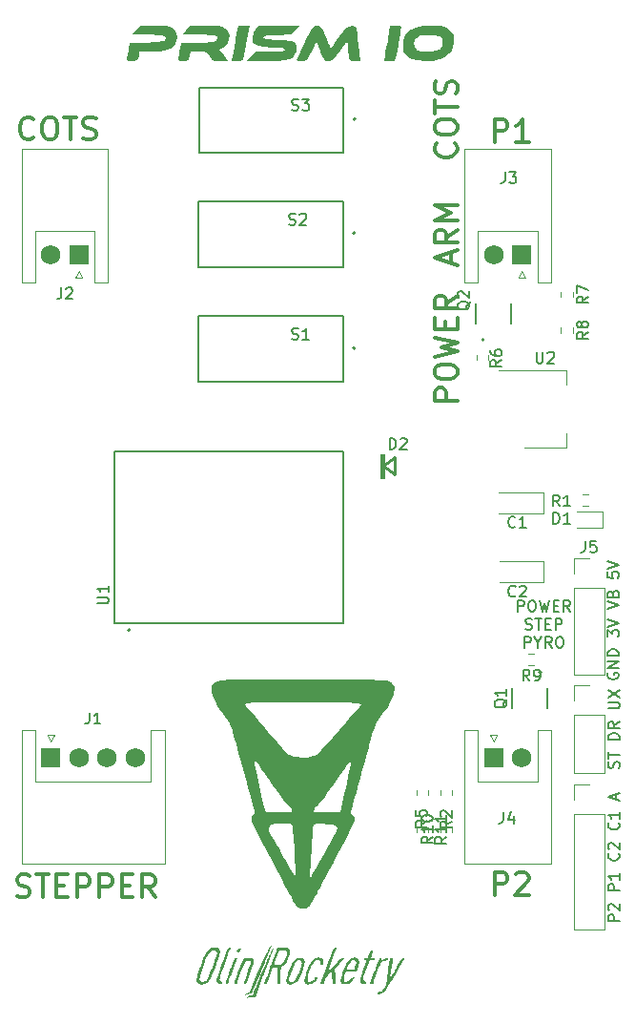
<source format=gbr>
%TF.GenerationSoftware,KiCad,Pcbnew,7.0.10-7.0.10~ubuntu22.04.1*%
%TF.CreationDate,2025-01-30T16:33:20-05:00*%
%TF.ProjectId,CoreIO,436f7265-494f-42e6-9b69-6361645f7063,rev?*%
%TF.SameCoordinates,Original*%
%TF.FileFunction,Legend,Top*%
%TF.FilePolarity,Positive*%
%FSLAX46Y46*%
G04 Gerber Fmt 4.6, Leading zero omitted, Abs format (unit mm)*
G04 Created by KiCad (PCBNEW 7.0.10-7.0.10~ubuntu22.04.1) date 2025-01-30 16:33:20*
%MOMM*%
%LPD*%
G01*
G04 APERTURE LIST*
%ADD10C,0.300000*%
%ADD11C,0.150000*%
%ADD12C,0.120000*%
%ADD13C,0.127000*%
%ADD14C,0.200000*%
%ADD15C,0.254000*%
%ADD16C,0.010000*%
%ADD17R,1.750000X1.750000*%
%ADD18C,1.750000*%
G04 APERTURE END LIST*
D10*
X165808209Y-62682438D02*
X165808209Y-60682438D01*
X165808209Y-60682438D02*
X166570114Y-60682438D01*
X166570114Y-60682438D02*
X166760590Y-60777676D01*
X166760590Y-60777676D02*
X166855828Y-60872914D01*
X166855828Y-60872914D02*
X166951066Y-61063390D01*
X166951066Y-61063390D02*
X166951066Y-61349104D01*
X166951066Y-61349104D02*
X166855828Y-61539580D01*
X166855828Y-61539580D02*
X166760590Y-61634819D01*
X166760590Y-61634819D02*
X166570114Y-61730057D01*
X166570114Y-61730057D02*
X165808209Y-61730057D01*
X168855828Y-62682438D02*
X167712971Y-62682438D01*
X168284399Y-62682438D02*
X168284399Y-60682438D01*
X168284399Y-60682438D02*
X168093923Y-60968152D01*
X168093923Y-60968152D02*
X167903447Y-61158628D01*
X167903447Y-61158628D02*
X167712971Y-61253866D01*
D11*
X176860200Y-118236571D02*
X176907819Y-118093714D01*
X176907819Y-118093714D02*
X176907819Y-117855619D01*
X176907819Y-117855619D02*
X176860200Y-117760381D01*
X176860200Y-117760381D02*
X176812580Y-117712762D01*
X176812580Y-117712762D02*
X176717342Y-117665143D01*
X176717342Y-117665143D02*
X176622104Y-117665143D01*
X176622104Y-117665143D02*
X176526866Y-117712762D01*
X176526866Y-117712762D02*
X176479247Y-117760381D01*
X176479247Y-117760381D02*
X176431628Y-117855619D01*
X176431628Y-117855619D02*
X176384009Y-118046095D01*
X176384009Y-118046095D02*
X176336390Y-118141333D01*
X176336390Y-118141333D02*
X176288771Y-118188952D01*
X176288771Y-118188952D02*
X176193533Y-118236571D01*
X176193533Y-118236571D02*
X176098295Y-118236571D01*
X176098295Y-118236571D02*
X176003057Y-118188952D01*
X176003057Y-118188952D02*
X175955438Y-118141333D01*
X175955438Y-118141333D02*
X175907819Y-118046095D01*
X175907819Y-118046095D02*
X175907819Y-117808000D01*
X175907819Y-117808000D02*
X175955438Y-117665143D01*
X175907819Y-117379428D02*
X175907819Y-116808000D01*
X176907819Y-117093714D02*
X175907819Y-117093714D01*
X176907819Y-115712761D02*
X175907819Y-115712761D01*
X175907819Y-115712761D02*
X175907819Y-115474666D01*
X175907819Y-115474666D02*
X175955438Y-115331809D01*
X175955438Y-115331809D02*
X176050676Y-115236571D01*
X176050676Y-115236571D02*
X176145914Y-115188952D01*
X176145914Y-115188952D02*
X176336390Y-115141333D01*
X176336390Y-115141333D02*
X176479247Y-115141333D01*
X176479247Y-115141333D02*
X176669723Y-115188952D01*
X176669723Y-115188952D02*
X176764961Y-115236571D01*
X176764961Y-115236571D02*
X176860200Y-115331809D01*
X176860200Y-115331809D02*
X176907819Y-115474666D01*
X176907819Y-115474666D02*
X176907819Y-115712761D01*
X176907819Y-114141333D02*
X176431628Y-114474666D01*
X176907819Y-114712761D02*
X175907819Y-114712761D01*
X175907819Y-114712761D02*
X175907819Y-114331809D01*
X175907819Y-114331809D02*
X175955438Y-114236571D01*
X175955438Y-114236571D02*
X176003057Y-114188952D01*
X176003057Y-114188952D02*
X176098295Y-114141333D01*
X176098295Y-114141333D02*
X176241152Y-114141333D01*
X176241152Y-114141333D02*
X176336390Y-114188952D01*
X176336390Y-114188952D02*
X176384009Y-114236571D01*
X176384009Y-114236571D02*
X176431628Y-114331809D01*
X176431628Y-114331809D02*
X176431628Y-114712761D01*
X175907819Y-112950856D02*
X176717342Y-112950856D01*
X176717342Y-112950856D02*
X176812580Y-112903237D01*
X176812580Y-112903237D02*
X176860200Y-112855618D01*
X176860200Y-112855618D02*
X176907819Y-112760380D01*
X176907819Y-112760380D02*
X176907819Y-112569904D01*
X176907819Y-112569904D02*
X176860200Y-112474666D01*
X176860200Y-112474666D02*
X176812580Y-112427047D01*
X176812580Y-112427047D02*
X176717342Y-112379428D01*
X176717342Y-112379428D02*
X175907819Y-112379428D01*
X175907819Y-111998475D02*
X176907819Y-111331809D01*
X175907819Y-111331809D02*
X176907819Y-111998475D01*
X175904638Y-109798857D02*
X175857019Y-109894095D01*
X175857019Y-109894095D02*
X175857019Y-110036952D01*
X175857019Y-110036952D02*
X175904638Y-110179809D01*
X175904638Y-110179809D02*
X175999876Y-110275047D01*
X175999876Y-110275047D02*
X176095114Y-110322666D01*
X176095114Y-110322666D02*
X176285590Y-110370285D01*
X176285590Y-110370285D02*
X176428447Y-110370285D01*
X176428447Y-110370285D02*
X176618923Y-110322666D01*
X176618923Y-110322666D02*
X176714161Y-110275047D01*
X176714161Y-110275047D02*
X176809400Y-110179809D01*
X176809400Y-110179809D02*
X176857019Y-110036952D01*
X176857019Y-110036952D02*
X176857019Y-109941714D01*
X176857019Y-109941714D02*
X176809400Y-109798857D01*
X176809400Y-109798857D02*
X176761780Y-109751238D01*
X176761780Y-109751238D02*
X176428447Y-109751238D01*
X176428447Y-109751238D02*
X176428447Y-109941714D01*
X176857019Y-109322666D02*
X175857019Y-109322666D01*
X175857019Y-109322666D02*
X176857019Y-108751238D01*
X176857019Y-108751238D02*
X175857019Y-108751238D01*
X176857019Y-108275047D02*
X175857019Y-108275047D01*
X175857019Y-108275047D02*
X175857019Y-108036952D01*
X175857019Y-108036952D02*
X175904638Y-107894095D01*
X175904638Y-107894095D02*
X175999876Y-107798857D01*
X175999876Y-107798857D02*
X176095114Y-107751238D01*
X176095114Y-107751238D02*
X176285590Y-107703619D01*
X176285590Y-107703619D02*
X176428447Y-107703619D01*
X176428447Y-107703619D02*
X176618923Y-107751238D01*
X176618923Y-107751238D02*
X176714161Y-107798857D01*
X176714161Y-107798857D02*
X176809400Y-107894095D01*
X176809400Y-107894095D02*
X176857019Y-108036952D01*
X176857019Y-108036952D02*
X176857019Y-108275047D01*
X175857019Y-106608380D02*
X175857019Y-105989333D01*
X175857019Y-105989333D02*
X176237971Y-106322666D01*
X176237971Y-106322666D02*
X176237971Y-106179809D01*
X176237971Y-106179809D02*
X176285590Y-106084571D01*
X176285590Y-106084571D02*
X176333209Y-106036952D01*
X176333209Y-106036952D02*
X176428447Y-105989333D01*
X176428447Y-105989333D02*
X176666542Y-105989333D01*
X176666542Y-105989333D02*
X176761780Y-106036952D01*
X176761780Y-106036952D02*
X176809400Y-106084571D01*
X176809400Y-106084571D02*
X176857019Y-106179809D01*
X176857019Y-106179809D02*
X176857019Y-106465523D01*
X176857019Y-106465523D02*
X176809400Y-106560761D01*
X176809400Y-106560761D02*
X176761780Y-106608380D01*
X175857019Y-105703618D02*
X176857019Y-105370285D01*
X176857019Y-105370285D02*
X175857019Y-105036952D01*
X175857019Y-104084570D02*
X176857019Y-103751237D01*
X176857019Y-103751237D02*
X175857019Y-103417904D01*
X176333209Y-102751237D02*
X176380828Y-102608380D01*
X176380828Y-102608380D02*
X176428447Y-102560761D01*
X176428447Y-102560761D02*
X176523685Y-102513142D01*
X176523685Y-102513142D02*
X176666542Y-102513142D01*
X176666542Y-102513142D02*
X176761780Y-102560761D01*
X176761780Y-102560761D02*
X176809400Y-102608380D01*
X176809400Y-102608380D02*
X176857019Y-102703618D01*
X176857019Y-102703618D02*
X176857019Y-103084570D01*
X176857019Y-103084570D02*
X175857019Y-103084570D01*
X175857019Y-103084570D02*
X175857019Y-102751237D01*
X175857019Y-102751237D02*
X175904638Y-102655999D01*
X175904638Y-102655999D02*
X175952257Y-102608380D01*
X175952257Y-102608380D02*
X176047495Y-102560761D01*
X176047495Y-102560761D02*
X176142733Y-102560761D01*
X176142733Y-102560761D02*
X176237971Y-102608380D01*
X176237971Y-102608380D02*
X176285590Y-102655999D01*
X176285590Y-102655999D02*
X176333209Y-102751237D01*
X176333209Y-102751237D02*
X176333209Y-103084570D01*
X175857019Y-100846475D02*
X175857019Y-101322665D01*
X175857019Y-101322665D02*
X176333209Y-101370284D01*
X176333209Y-101370284D02*
X176285590Y-101322665D01*
X176285590Y-101322665D02*
X176237971Y-101227427D01*
X176237971Y-101227427D02*
X176237971Y-100989332D01*
X176237971Y-100989332D02*
X176285590Y-100894094D01*
X176285590Y-100894094D02*
X176333209Y-100846475D01*
X176333209Y-100846475D02*
X176428447Y-100798856D01*
X176428447Y-100798856D02*
X176666542Y-100798856D01*
X176666542Y-100798856D02*
X176761780Y-100846475D01*
X176761780Y-100846475D02*
X176809400Y-100894094D01*
X176809400Y-100894094D02*
X176857019Y-100989332D01*
X176857019Y-100989332D02*
X176857019Y-101227427D01*
X176857019Y-101227427D02*
X176809400Y-101322665D01*
X176809400Y-101322665D02*
X176761780Y-101370284D01*
X175857019Y-100513141D02*
X176857019Y-100179808D01*
X176857019Y-100179808D02*
X175857019Y-99846475D01*
D10*
X124907942Y-62288761D02*
X124812704Y-62384000D01*
X124812704Y-62384000D02*
X124526990Y-62479238D01*
X124526990Y-62479238D02*
X124336514Y-62479238D01*
X124336514Y-62479238D02*
X124050799Y-62384000D01*
X124050799Y-62384000D02*
X123860323Y-62193523D01*
X123860323Y-62193523D02*
X123765085Y-62003047D01*
X123765085Y-62003047D02*
X123669847Y-61622095D01*
X123669847Y-61622095D02*
X123669847Y-61336380D01*
X123669847Y-61336380D02*
X123765085Y-60955428D01*
X123765085Y-60955428D02*
X123860323Y-60764952D01*
X123860323Y-60764952D02*
X124050799Y-60574476D01*
X124050799Y-60574476D02*
X124336514Y-60479238D01*
X124336514Y-60479238D02*
X124526990Y-60479238D01*
X124526990Y-60479238D02*
X124812704Y-60574476D01*
X124812704Y-60574476D02*
X124907942Y-60669714D01*
X126146037Y-60479238D02*
X126526990Y-60479238D01*
X126526990Y-60479238D02*
X126717466Y-60574476D01*
X126717466Y-60574476D02*
X126907942Y-60764952D01*
X126907942Y-60764952D02*
X127003180Y-61145904D01*
X127003180Y-61145904D02*
X127003180Y-61812571D01*
X127003180Y-61812571D02*
X126907942Y-62193523D01*
X126907942Y-62193523D02*
X126717466Y-62384000D01*
X126717466Y-62384000D02*
X126526990Y-62479238D01*
X126526990Y-62479238D02*
X126146037Y-62479238D01*
X126146037Y-62479238D02*
X125955561Y-62384000D01*
X125955561Y-62384000D02*
X125765085Y-62193523D01*
X125765085Y-62193523D02*
X125669847Y-61812571D01*
X125669847Y-61812571D02*
X125669847Y-61145904D01*
X125669847Y-61145904D02*
X125765085Y-60764952D01*
X125765085Y-60764952D02*
X125955561Y-60574476D01*
X125955561Y-60574476D02*
X126146037Y-60479238D01*
X127574609Y-60479238D02*
X128717466Y-60479238D01*
X128146037Y-62479238D02*
X128146037Y-60479238D01*
X129288895Y-62384000D02*
X129574609Y-62479238D01*
X129574609Y-62479238D02*
X130050800Y-62479238D01*
X130050800Y-62479238D02*
X130241276Y-62384000D01*
X130241276Y-62384000D02*
X130336514Y-62288761D01*
X130336514Y-62288761D02*
X130431752Y-62098285D01*
X130431752Y-62098285D02*
X130431752Y-61907809D01*
X130431752Y-61907809D02*
X130336514Y-61717333D01*
X130336514Y-61717333D02*
X130241276Y-61622095D01*
X130241276Y-61622095D02*
X130050800Y-61526857D01*
X130050800Y-61526857D02*
X129669847Y-61431619D01*
X129669847Y-61431619D02*
X129479371Y-61336380D01*
X129479371Y-61336380D02*
X129384133Y-61241142D01*
X129384133Y-61241142D02*
X129288895Y-61050666D01*
X129288895Y-61050666D02*
X129288895Y-60860190D01*
X129288895Y-60860190D02*
X129384133Y-60669714D01*
X129384133Y-60669714D02*
X129479371Y-60574476D01*
X129479371Y-60574476D02*
X129669847Y-60479238D01*
X129669847Y-60479238D02*
X130146038Y-60479238D01*
X130146038Y-60479238D02*
X130431752Y-60574476D01*
X165808209Y-129484438D02*
X165808209Y-127484438D01*
X165808209Y-127484438D02*
X166570114Y-127484438D01*
X166570114Y-127484438D02*
X166760590Y-127579676D01*
X166760590Y-127579676D02*
X166855828Y-127674914D01*
X166855828Y-127674914D02*
X166951066Y-127865390D01*
X166951066Y-127865390D02*
X166951066Y-128151104D01*
X166951066Y-128151104D02*
X166855828Y-128341580D01*
X166855828Y-128341580D02*
X166760590Y-128436819D01*
X166760590Y-128436819D02*
X166570114Y-128532057D01*
X166570114Y-128532057D02*
X165808209Y-128532057D01*
X167712971Y-127674914D02*
X167808209Y-127579676D01*
X167808209Y-127579676D02*
X167998685Y-127484438D01*
X167998685Y-127484438D02*
X168474876Y-127484438D01*
X168474876Y-127484438D02*
X168665352Y-127579676D01*
X168665352Y-127579676D02*
X168760590Y-127674914D01*
X168760590Y-127674914D02*
X168855828Y-127865390D01*
X168855828Y-127865390D02*
X168855828Y-128055866D01*
X168855828Y-128055866D02*
X168760590Y-128341580D01*
X168760590Y-128341580D02*
X167617733Y-129484438D01*
X167617733Y-129484438D02*
X168855828Y-129484438D01*
X123397142Y-129592400D02*
X123682856Y-129687638D01*
X123682856Y-129687638D02*
X124159047Y-129687638D01*
X124159047Y-129687638D02*
X124349523Y-129592400D01*
X124349523Y-129592400D02*
X124444761Y-129497161D01*
X124444761Y-129497161D02*
X124539999Y-129306685D01*
X124539999Y-129306685D02*
X124539999Y-129116209D01*
X124539999Y-129116209D02*
X124444761Y-128925733D01*
X124444761Y-128925733D02*
X124349523Y-128830495D01*
X124349523Y-128830495D02*
X124159047Y-128735257D01*
X124159047Y-128735257D02*
X123778094Y-128640019D01*
X123778094Y-128640019D02*
X123587618Y-128544780D01*
X123587618Y-128544780D02*
X123492380Y-128449542D01*
X123492380Y-128449542D02*
X123397142Y-128259066D01*
X123397142Y-128259066D02*
X123397142Y-128068590D01*
X123397142Y-128068590D02*
X123492380Y-127878114D01*
X123492380Y-127878114D02*
X123587618Y-127782876D01*
X123587618Y-127782876D02*
X123778094Y-127687638D01*
X123778094Y-127687638D02*
X124254285Y-127687638D01*
X124254285Y-127687638D02*
X124539999Y-127782876D01*
X125111428Y-127687638D02*
X126254285Y-127687638D01*
X125682856Y-129687638D02*
X125682856Y-127687638D01*
X126920952Y-128640019D02*
X127587619Y-128640019D01*
X127873333Y-129687638D02*
X126920952Y-129687638D01*
X126920952Y-129687638D02*
X126920952Y-127687638D01*
X126920952Y-127687638D02*
X127873333Y-127687638D01*
X128730476Y-129687638D02*
X128730476Y-127687638D01*
X128730476Y-127687638D02*
X129492381Y-127687638D01*
X129492381Y-127687638D02*
X129682857Y-127782876D01*
X129682857Y-127782876D02*
X129778095Y-127878114D01*
X129778095Y-127878114D02*
X129873333Y-128068590D01*
X129873333Y-128068590D02*
X129873333Y-128354304D01*
X129873333Y-128354304D02*
X129778095Y-128544780D01*
X129778095Y-128544780D02*
X129682857Y-128640019D01*
X129682857Y-128640019D02*
X129492381Y-128735257D01*
X129492381Y-128735257D02*
X128730476Y-128735257D01*
X130730476Y-129687638D02*
X130730476Y-127687638D01*
X130730476Y-127687638D02*
X131492381Y-127687638D01*
X131492381Y-127687638D02*
X131682857Y-127782876D01*
X131682857Y-127782876D02*
X131778095Y-127878114D01*
X131778095Y-127878114D02*
X131873333Y-128068590D01*
X131873333Y-128068590D02*
X131873333Y-128354304D01*
X131873333Y-128354304D02*
X131778095Y-128544780D01*
X131778095Y-128544780D02*
X131682857Y-128640019D01*
X131682857Y-128640019D02*
X131492381Y-128735257D01*
X131492381Y-128735257D02*
X130730476Y-128735257D01*
X132730476Y-128640019D02*
X133397143Y-128640019D01*
X133682857Y-129687638D02*
X132730476Y-129687638D01*
X132730476Y-129687638D02*
X132730476Y-127687638D01*
X132730476Y-127687638D02*
X133682857Y-127687638D01*
X135682857Y-129687638D02*
X135016190Y-128735257D01*
X134540000Y-129687638D02*
X134540000Y-127687638D01*
X134540000Y-127687638D02*
X135301905Y-127687638D01*
X135301905Y-127687638D02*
X135492381Y-127782876D01*
X135492381Y-127782876D02*
X135587619Y-127878114D01*
X135587619Y-127878114D02*
X135682857Y-128068590D01*
X135682857Y-128068590D02*
X135682857Y-128354304D01*
X135682857Y-128354304D02*
X135587619Y-128544780D01*
X135587619Y-128544780D02*
X135492381Y-128640019D01*
X135492381Y-128640019D02*
X135301905Y-128735257D01*
X135301905Y-128735257D02*
X134540000Y-128735257D01*
D11*
X176907819Y-131806247D02*
X175907819Y-131806247D01*
X175907819Y-131806247D02*
X175907819Y-131425295D01*
X175907819Y-131425295D02*
X175955438Y-131330057D01*
X175955438Y-131330057D02*
X176003057Y-131282438D01*
X176003057Y-131282438D02*
X176098295Y-131234819D01*
X176098295Y-131234819D02*
X176241152Y-131234819D01*
X176241152Y-131234819D02*
X176336390Y-131282438D01*
X176336390Y-131282438D02*
X176384009Y-131330057D01*
X176384009Y-131330057D02*
X176431628Y-131425295D01*
X176431628Y-131425295D02*
X176431628Y-131806247D01*
X176003057Y-130853866D02*
X175955438Y-130806247D01*
X175955438Y-130806247D02*
X175907819Y-130711009D01*
X175907819Y-130711009D02*
X175907819Y-130472914D01*
X175907819Y-130472914D02*
X175955438Y-130377676D01*
X175955438Y-130377676D02*
X176003057Y-130330057D01*
X176003057Y-130330057D02*
X176098295Y-130282438D01*
X176098295Y-130282438D02*
X176193533Y-130282438D01*
X176193533Y-130282438D02*
X176336390Y-130330057D01*
X176336390Y-130330057D02*
X176907819Y-130901485D01*
X176907819Y-130901485D02*
X176907819Y-130282438D01*
X176907819Y-129091961D02*
X175907819Y-129091961D01*
X175907819Y-129091961D02*
X175907819Y-128711009D01*
X175907819Y-128711009D02*
X175955438Y-128615771D01*
X175955438Y-128615771D02*
X176003057Y-128568152D01*
X176003057Y-128568152D02*
X176098295Y-128520533D01*
X176098295Y-128520533D02*
X176241152Y-128520533D01*
X176241152Y-128520533D02*
X176336390Y-128568152D01*
X176336390Y-128568152D02*
X176384009Y-128615771D01*
X176384009Y-128615771D02*
X176431628Y-128711009D01*
X176431628Y-128711009D02*
X176431628Y-129091961D01*
X176907819Y-127568152D02*
X176907819Y-128139580D01*
X176907819Y-127853866D02*
X175907819Y-127853866D01*
X175907819Y-127853866D02*
X176050676Y-127949104D01*
X176050676Y-127949104D02*
X176145914Y-128044342D01*
X176145914Y-128044342D02*
X176193533Y-128139580D01*
X176812580Y-125806247D02*
X176860200Y-125853866D01*
X176860200Y-125853866D02*
X176907819Y-125996723D01*
X176907819Y-125996723D02*
X176907819Y-126091961D01*
X176907819Y-126091961D02*
X176860200Y-126234818D01*
X176860200Y-126234818D02*
X176764961Y-126330056D01*
X176764961Y-126330056D02*
X176669723Y-126377675D01*
X176669723Y-126377675D02*
X176479247Y-126425294D01*
X176479247Y-126425294D02*
X176336390Y-126425294D01*
X176336390Y-126425294D02*
X176145914Y-126377675D01*
X176145914Y-126377675D02*
X176050676Y-126330056D01*
X176050676Y-126330056D02*
X175955438Y-126234818D01*
X175955438Y-126234818D02*
X175907819Y-126091961D01*
X175907819Y-126091961D02*
X175907819Y-125996723D01*
X175907819Y-125996723D02*
X175955438Y-125853866D01*
X175955438Y-125853866D02*
X176003057Y-125806247D01*
X176003057Y-125425294D02*
X175955438Y-125377675D01*
X175955438Y-125377675D02*
X175907819Y-125282437D01*
X175907819Y-125282437D02*
X175907819Y-125044342D01*
X175907819Y-125044342D02*
X175955438Y-124949104D01*
X175955438Y-124949104D02*
X176003057Y-124901485D01*
X176003057Y-124901485D02*
X176098295Y-124853866D01*
X176098295Y-124853866D02*
X176193533Y-124853866D01*
X176193533Y-124853866D02*
X176336390Y-124901485D01*
X176336390Y-124901485D02*
X176907819Y-125472913D01*
X176907819Y-125472913D02*
X176907819Y-124853866D01*
X176812580Y-123091961D02*
X176860200Y-123139580D01*
X176860200Y-123139580D02*
X176907819Y-123282437D01*
X176907819Y-123282437D02*
X176907819Y-123377675D01*
X176907819Y-123377675D02*
X176860200Y-123520532D01*
X176860200Y-123520532D02*
X176764961Y-123615770D01*
X176764961Y-123615770D02*
X176669723Y-123663389D01*
X176669723Y-123663389D02*
X176479247Y-123711008D01*
X176479247Y-123711008D02*
X176336390Y-123711008D01*
X176336390Y-123711008D02*
X176145914Y-123663389D01*
X176145914Y-123663389D02*
X176050676Y-123615770D01*
X176050676Y-123615770D02*
X175955438Y-123520532D01*
X175955438Y-123520532D02*
X175907819Y-123377675D01*
X175907819Y-123377675D02*
X175907819Y-123282437D01*
X175907819Y-123282437D02*
X175955438Y-123139580D01*
X175955438Y-123139580D02*
X176003057Y-123091961D01*
X176907819Y-122139580D02*
X176907819Y-122711008D01*
X176907819Y-122425294D02*
X175907819Y-122425294D01*
X175907819Y-122425294D02*
X176050676Y-122520532D01*
X176050676Y-122520532D02*
X176145914Y-122615770D01*
X176145914Y-122615770D02*
X176193533Y-122711008D01*
X176622104Y-120996722D02*
X176622104Y-120520532D01*
X176907819Y-121091960D02*
X175907819Y-120758627D01*
X175907819Y-120758627D02*
X176907819Y-120425294D01*
X167870476Y-104345819D02*
X167870476Y-103345819D01*
X167870476Y-103345819D02*
X168251428Y-103345819D01*
X168251428Y-103345819D02*
X168346666Y-103393438D01*
X168346666Y-103393438D02*
X168394285Y-103441057D01*
X168394285Y-103441057D02*
X168441904Y-103536295D01*
X168441904Y-103536295D02*
X168441904Y-103679152D01*
X168441904Y-103679152D02*
X168394285Y-103774390D01*
X168394285Y-103774390D02*
X168346666Y-103822009D01*
X168346666Y-103822009D02*
X168251428Y-103869628D01*
X168251428Y-103869628D02*
X167870476Y-103869628D01*
X169060952Y-103345819D02*
X169251428Y-103345819D01*
X169251428Y-103345819D02*
X169346666Y-103393438D01*
X169346666Y-103393438D02*
X169441904Y-103488676D01*
X169441904Y-103488676D02*
X169489523Y-103679152D01*
X169489523Y-103679152D02*
X169489523Y-104012485D01*
X169489523Y-104012485D02*
X169441904Y-104202961D01*
X169441904Y-104202961D02*
X169346666Y-104298200D01*
X169346666Y-104298200D02*
X169251428Y-104345819D01*
X169251428Y-104345819D02*
X169060952Y-104345819D01*
X169060952Y-104345819D02*
X168965714Y-104298200D01*
X168965714Y-104298200D02*
X168870476Y-104202961D01*
X168870476Y-104202961D02*
X168822857Y-104012485D01*
X168822857Y-104012485D02*
X168822857Y-103679152D01*
X168822857Y-103679152D02*
X168870476Y-103488676D01*
X168870476Y-103488676D02*
X168965714Y-103393438D01*
X168965714Y-103393438D02*
X169060952Y-103345819D01*
X169822857Y-103345819D02*
X170060952Y-104345819D01*
X170060952Y-104345819D02*
X170251428Y-103631533D01*
X170251428Y-103631533D02*
X170441904Y-104345819D01*
X170441904Y-104345819D02*
X170680000Y-103345819D01*
X171060952Y-103822009D02*
X171394285Y-103822009D01*
X171537142Y-104345819D02*
X171060952Y-104345819D01*
X171060952Y-104345819D02*
X171060952Y-103345819D01*
X171060952Y-103345819D02*
X171537142Y-103345819D01*
X172537142Y-104345819D02*
X172203809Y-103869628D01*
X171965714Y-104345819D02*
X171965714Y-103345819D01*
X171965714Y-103345819D02*
X172346666Y-103345819D01*
X172346666Y-103345819D02*
X172441904Y-103393438D01*
X172441904Y-103393438D02*
X172489523Y-103441057D01*
X172489523Y-103441057D02*
X172537142Y-103536295D01*
X172537142Y-103536295D02*
X172537142Y-103679152D01*
X172537142Y-103679152D02*
X172489523Y-103774390D01*
X172489523Y-103774390D02*
X172441904Y-103822009D01*
X172441904Y-103822009D02*
X172346666Y-103869628D01*
X172346666Y-103869628D02*
X171965714Y-103869628D01*
X168560952Y-105908200D02*
X168703809Y-105955819D01*
X168703809Y-105955819D02*
X168941904Y-105955819D01*
X168941904Y-105955819D02*
X169037142Y-105908200D01*
X169037142Y-105908200D02*
X169084761Y-105860580D01*
X169084761Y-105860580D02*
X169132380Y-105765342D01*
X169132380Y-105765342D02*
X169132380Y-105670104D01*
X169132380Y-105670104D02*
X169084761Y-105574866D01*
X169084761Y-105574866D02*
X169037142Y-105527247D01*
X169037142Y-105527247D02*
X168941904Y-105479628D01*
X168941904Y-105479628D02*
X168751428Y-105432009D01*
X168751428Y-105432009D02*
X168656190Y-105384390D01*
X168656190Y-105384390D02*
X168608571Y-105336771D01*
X168608571Y-105336771D02*
X168560952Y-105241533D01*
X168560952Y-105241533D02*
X168560952Y-105146295D01*
X168560952Y-105146295D02*
X168608571Y-105051057D01*
X168608571Y-105051057D02*
X168656190Y-105003438D01*
X168656190Y-105003438D02*
X168751428Y-104955819D01*
X168751428Y-104955819D02*
X168989523Y-104955819D01*
X168989523Y-104955819D02*
X169132380Y-105003438D01*
X169418095Y-104955819D02*
X169989523Y-104955819D01*
X169703809Y-105955819D02*
X169703809Y-104955819D01*
X170322857Y-105432009D02*
X170656190Y-105432009D01*
X170799047Y-105955819D02*
X170322857Y-105955819D01*
X170322857Y-105955819D02*
X170322857Y-104955819D01*
X170322857Y-104955819D02*
X170799047Y-104955819D01*
X171227619Y-105955819D02*
X171227619Y-104955819D01*
X171227619Y-104955819D02*
X171608571Y-104955819D01*
X171608571Y-104955819D02*
X171703809Y-105003438D01*
X171703809Y-105003438D02*
X171751428Y-105051057D01*
X171751428Y-105051057D02*
X171799047Y-105146295D01*
X171799047Y-105146295D02*
X171799047Y-105289152D01*
X171799047Y-105289152D02*
X171751428Y-105384390D01*
X171751428Y-105384390D02*
X171703809Y-105432009D01*
X171703809Y-105432009D02*
X171608571Y-105479628D01*
X171608571Y-105479628D02*
X171227619Y-105479628D01*
X168465714Y-107565819D02*
X168465714Y-106565819D01*
X168465714Y-106565819D02*
X168846666Y-106565819D01*
X168846666Y-106565819D02*
X168941904Y-106613438D01*
X168941904Y-106613438D02*
X168989523Y-106661057D01*
X168989523Y-106661057D02*
X169037142Y-106756295D01*
X169037142Y-106756295D02*
X169037142Y-106899152D01*
X169037142Y-106899152D02*
X168989523Y-106994390D01*
X168989523Y-106994390D02*
X168941904Y-107042009D01*
X168941904Y-107042009D02*
X168846666Y-107089628D01*
X168846666Y-107089628D02*
X168465714Y-107089628D01*
X169656190Y-107089628D02*
X169656190Y-107565819D01*
X169322857Y-106565819D02*
X169656190Y-107089628D01*
X169656190Y-107089628D02*
X169989523Y-106565819D01*
X170894285Y-107565819D02*
X170560952Y-107089628D01*
X170322857Y-107565819D02*
X170322857Y-106565819D01*
X170322857Y-106565819D02*
X170703809Y-106565819D01*
X170703809Y-106565819D02*
X170799047Y-106613438D01*
X170799047Y-106613438D02*
X170846666Y-106661057D01*
X170846666Y-106661057D02*
X170894285Y-106756295D01*
X170894285Y-106756295D02*
X170894285Y-106899152D01*
X170894285Y-106899152D02*
X170846666Y-106994390D01*
X170846666Y-106994390D02*
X170799047Y-107042009D01*
X170799047Y-107042009D02*
X170703809Y-107089628D01*
X170703809Y-107089628D02*
X170322857Y-107089628D01*
X171513333Y-106565819D02*
X171703809Y-106565819D01*
X171703809Y-106565819D02*
X171799047Y-106613438D01*
X171799047Y-106613438D02*
X171894285Y-106708676D01*
X171894285Y-106708676D02*
X171941904Y-106899152D01*
X171941904Y-106899152D02*
X171941904Y-107232485D01*
X171941904Y-107232485D02*
X171894285Y-107422961D01*
X171894285Y-107422961D02*
X171799047Y-107518200D01*
X171799047Y-107518200D02*
X171703809Y-107565819D01*
X171703809Y-107565819D02*
X171513333Y-107565819D01*
X171513333Y-107565819D02*
X171418095Y-107518200D01*
X171418095Y-107518200D02*
X171322857Y-107422961D01*
X171322857Y-107422961D02*
X171275238Y-107232485D01*
X171275238Y-107232485D02*
X171275238Y-106899152D01*
X171275238Y-106899152D02*
X171322857Y-106708676D01*
X171322857Y-106708676D02*
X171418095Y-106613438D01*
X171418095Y-106613438D02*
X171513333Y-106565819D01*
X173876666Y-98094819D02*
X173876666Y-98809104D01*
X173876666Y-98809104D02*
X173829047Y-98951961D01*
X173829047Y-98951961D02*
X173733809Y-99047200D01*
X173733809Y-99047200D02*
X173590952Y-99094819D01*
X173590952Y-99094819D02*
X173495714Y-99094819D01*
X174829047Y-98094819D02*
X174352857Y-98094819D01*
X174352857Y-98094819D02*
X174305238Y-98571009D01*
X174305238Y-98571009D02*
X174352857Y-98523390D01*
X174352857Y-98523390D02*
X174448095Y-98475771D01*
X174448095Y-98475771D02*
X174686190Y-98475771D01*
X174686190Y-98475771D02*
X174781428Y-98523390D01*
X174781428Y-98523390D02*
X174829047Y-98571009D01*
X174829047Y-98571009D02*
X174876666Y-98666247D01*
X174876666Y-98666247D02*
X174876666Y-98904342D01*
X174876666Y-98904342D02*
X174829047Y-98999580D01*
X174829047Y-98999580D02*
X174781428Y-99047200D01*
X174781428Y-99047200D02*
X174686190Y-99094819D01*
X174686190Y-99094819D02*
X174448095Y-99094819D01*
X174448095Y-99094819D02*
X174352857Y-99047200D01*
X174352857Y-99047200D02*
X174305238Y-98999580D01*
X163650057Y-76837738D02*
X163602438Y-76932976D01*
X163602438Y-76932976D02*
X163507200Y-77028214D01*
X163507200Y-77028214D02*
X163364342Y-77171071D01*
X163364342Y-77171071D02*
X163316723Y-77266309D01*
X163316723Y-77266309D02*
X163316723Y-77361547D01*
X163554819Y-77313928D02*
X163507200Y-77409166D01*
X163507200Y-77409166D02*
X163411961Y-77504404D01*
X163411961Y-77504404D02*
X163221485Y-77552023D01*
X163221485Y-77552023D02*
X162888152Y-77552023D01*
X162888152Y-77552023D02*
X162697676Y-77504404D01*
X162697676Y-77504404D02*
X162602438Y-77409166D01*
X162602438Y-77409166D02*
X162554819Y-77313928D01*
X162554819Y-77313928D02*
X162554819Y-77123452D01*
X162554819Y-77123452D02*
X162602438Y-77028214D01*
X162602438Y-77028214D02*
X162697676Y-76932976D01*
X162697676Y-76932976D02*
X162888152Y-76885357D01*
X162888152Y-76885357D02*
X163221485Y-76885357D01*
X163221485Y-76885357D02*
X163411961Y-76932976D01*
X163411961Y-76932976D02*
X163507200Y-77028214D01*
X163507200Y-77028214D02*
X163554819Y-77123452D01*
X163554819Y-77123452D02*
X163554819Y-77313928D01*
X162650057Y-76504404D02*
X162602438Y-76456785D01*
X162602438Y-76456785D02*
X162554819Y-76361547D01*
X162554819Y-76361547D02*
X162554819Y-76123452D01*
X162554819Y-76123452D02*
X162602438Y-76028214D01*
X162602438Y-76028214D02*
X162650057Y-75980595D01*
X162650057Y-75980595D02*
X162745295Y-75932976D01*
X162745295Y-75932976D02*
X162840533Y-75932976D01*
X162840533Y-75932976D02*
X162983390Y-75980595D01*
X162983390Y-75980595D02*
X163554819Y-76552023D01*
X163554819Y-76552023D02*
X163554819Y-75932976D01*
X156496905Y-89973819D02*
X156496905Y-88973819D01*
X156496905Y-88973819D02*
X156735000Y-88973819D01*
X156735000Y-88973819D02*
X156877857Y-89021438D01*
X156877857Y-89021438D02*
X156973095Y-89116676D01*
X156973095Y-89116676D02*
X157020714Y-89211914D01*
X157020714Y-89211914D02*
X157068333Y-89402390D01*
X157068333Y-89402390D02*
X157068333Y-89545247D01*
X157068333Y-89545247D02*
X157020714Y-89735723D01*
X157020714Y-89735723D02*
X156973095Y-89830961D01*
X156973095Y-89830961D02*
X156877857Y-89926200D01*
X156877857Y-89926200D02*
X156735000Y-89973819D01*
X156735000Y-89973819D02*
X156496905Y-89973819D01*
X157449286Y-89069057D02*
X157496905Y-89021438D01*
X157496905Y-89021438D02*
X157592143Y-88973819D01*
X157592143Y-88973819D02*
X157830238Y-88973819D01*
X157830238Y-88973819D02*
X157925476Y-89021438D01*
X157925476Y-89021438D02*
X157973095Y-89069057D01*
X157973095Y-89069057D02*
X158020714Y-89164295D01*
X158020714Y-89164295D02*
X158020714Y-89259533D01*
X158020714Y-89259533D02*
X157973095Y-89402390D01*
X157973095Y-89402390D02*
X157401667Y-89973819D01*
X157401667Y-89973819D02*
X158020714Y-89973819D01*
X127327066Y-75619819D02*
X127327066Y-76334104D01*
X127327066Y-76334104D02*
X127279447Y-76476961D01*
X127279447Y-76476961D02*
X127184209Y-76572200D01*
X127184209Y-76572200D02*
X127041352Y-76619819D01*
X127041352Y-76619819D02*
X126946114Y-76619819D01*
X127755638Y-75715057D02*
X127803257Y-75667438D01*
X127803257Y-75667438D02*
X127898495Y-75619819D01*
X127898495Y-75619819D02*
X128136590Y-75619819D01*
X128136590Y-75619819D02*
X128231828Y-75667438D01*
X128231828Y-75667438D02*
X128279447Y-75715057D01*
X128279447Y-75715057D02*
X128327066Y-75810295D01*
X128327066Y-75810295D02*
X128327066Y-75905533D01*
X128327066Y-75905533D02*
X128279447Y-76048390D01*
X128279447Y-76048390D02*
X127708019Y-76619819D01*
X127708019Y-76619819D02*
X128327066Y-76619819D01*
X147828095Y-80163200D02*
X147970952Y-80210819D01*
X147970952Y-80210819D02*
X148209047Y-80210819D01*
X148209047Y-80210819D02*
X148304285Y-80163200D01*
X148304285Y-80163200D02*
X148351904Y-80115580D01*
X148351904Y-80115580D02*
X148399523Y-80020342D01*
X148399523Y-80020342D02*
X148399523Y-79925104D01*
X148399523Y-79925104D02*
X148351904Y-79829866D01*
X148351904Y-79829866D02*
X148304285Y-79782247D01*
X148304285Y-79782247D02*
X148209047Y-79734628D01*
X148209047Y-79734628D02*
X148018571Y-79687009D01*
X148018571Y-79687009D02*
X147923333Y-79639390D01*
X147923333Y-79639390D02*
X147875714Y-79591771D01*
X147875714Y-79591771D02*
X147828095Y-79496533D01*
X147828095Y-79496533D02*
X147828095Y-79401295D01*
X147828095Y-79401295D02*
X147875714Y-79306057D01*
X147875714Y-79306057D02*
X147923333Y-79258438D01*
X147923333Y-79258438D02*
X148018571Y-79210819D01*
X148018571Y-79210819D02*
X148256666Y-79210819D01*
X148256666Y-79210819D02*
X148399523Y-79258438D01*
X149351904Y-80210819D02*
X148780476Y-80210819D01*
X149066190Y-80210819D02*
X149066190Y-79210819D01*
X149066190Y-79210819D02*
X148970952Y-79353676D01*
X148970952Y-79353676D02*
X148875714Y-79448914D01*
X148875714Y-79448914D02*
X148780476Y-79496533D01*
D10*
X162504438Y-85645047D02*
X160504438Y-85645047D01*
X160504438Y-85645047D02*
X160504438Y-84883142D01*
X160504438Y-84883142D02*
X160599676Y-84692666D01*
X160599676Y-84692666D02*
X160694914Y-84597428D01*
X160694914Y-84597428D02*
X160885390Y-84502190D01*
X160885390Y-84502190D02*
X161171104Y-84502190D01*
X161171104Y-84502190D02*
X161361580Y-84597428D01*
X161361580Y-84597428D02*
X161456819Y-84692666D01*
X161456819Y-84692666D02*
X161552057Y-84883142D01*
X161552057Y-84883142D02*
X161552057Y-85645047D01*
X160504438Y-83264095D02*
X160504438Y-82883142D01*
X160504438Y-82883142D02*
X160599676Y-82692666D01*
X160599676Y-82692666D02*
X160790152Y-82502190D01*
X160790152Y-82502190D02*
X161171104Y-82406952D01*
X161171104Y-82406952D02*
X161837771Y-82406952D01*
X161837771Y-82406952D02*
X162218723Y-82502190D01*
X162218723Y-82502190D02*
X162409200Y-82692666D01*
X162409200Y-82692666D02*
X162504438Y-82883142D01*
X162504438Y-82883142D02*
X162504438Y-83264095D01*
X162504438Y-83264095D02*
X162409200Y-83454571D01*
X162409200Y-83454571D02*
X162218723Y-83645047D01*
X162218723Y-83645047D02*
X161837771Y-83740285D01*
X161837771Y-83740285D02*
X161171104Y-83740285D01*
X161171104Y-83740285D02*
X160790152Y-83645047D01*
X160790152Y-83645047D02*
X160599676Y-83454571D01*
X160599676Y-83454571D02*
X160504438Y-83264095D01*
X160504438Y-81740285D02*
X162504438Y-81264095D01*
X162504438Y-81264095D02*
X161075866Y-80883142D01*
X161075866Y-80883142D02*
X162504438Y-80502190D01*
X162504438Y-80502190D02*
X160504438Y-80026000D01*
X161456819Y-79264095D02*
X161456819Y-78597428D01*
X162504438Y-78311714D02*
X162504438Y-79264095D01*
X162504438Y-79264095D02*
X160504438Y-79264095D01*
X160504438Y-79264095D02*
X160504438Y-78311714D01*
X162504438Y-76311714D02*
X161552057Y-76978381D01*
X162504438Y-77454571D02*
X160504438Y-77454571D01*
X160504438Y-77454571D02*
X160504438Y-76692666D01*
X160504438Y-76692666D02*
X160599676Y-76502190D01*
X160599676Y-76502190D02*
X160694914Y-76406952D01*
X160694914Y-76406952D02*
X160885390Y-76311714D01*
X160885390Y-76311714D02*
X161171104Y-76311714D01*
X161171104Y-76311714D02*
X161361580Y-76406952D01*
X161361580Y-76406952D02*
X161456819Y-76502190D01*
X161456819Y-76502190D02*
X161552057Y-76692666D01*
X161552057Y-76692666D02*
X161552057Y-77454571D01*
D11*
X166443819Y-82030866D02*
X165967628Y-82364199D01*
X166443819Y-82602294D02*
X165443819Y-82602294D01*
X165443819Y-82602294D02*
X165443819Y-82221342D01*
X165443819Y-82221342D02*
X165491438Y-82126104D01*
X165491438Y-82126104D02*
X165539057Y-82078485D01*
X165539057Y-82078485D02*
X165634295Y-82030866D01*
X165634295Y-82030866D02*
X165777152Y-82030866D01*
X165777152Y-82030866D02*
X165872390Y-82078485D01*
X165872390Y-82078485D02*
X165920009Y-82126104D01*
X165920009Y-82126104D02*
X165967628Y-82221342D01*
X165967628Y-82221342D02*
X165967628Y-82602294D01*
X165443819Y-81173723D02*
X165443819Y-81364199D01*
X165443819Y-81364199D02*
X165491438Y-81459437D01*
X165491438Y-81459437D02*
X165539057Y-81507056D01*
X165539057Y-81507056D02*
X165681914Y-81602294D01*
X165681914Y-81602294D02*
X165872390Y-81649913D01*
X165872390Y-81649913D02*
X166253342Y-81649913D01*
X166253342Y-81649913D02*
X166348580Y-81602294D01*
X166348580Y-81602294D02*
X166396200Y-81554675D01*
X166396200Y-81554675D02*
X166443819Y-81459437D01*
X166443819Y-81459437D02*
X166443819Y-81268961D01*
X166443819Y-81268961D02*
X166396200Y-81173723D01*
X166396200Y-81173723D02*
X166348580Y-81126104D01*
X166348580Y-81126104D02*
X166253342Y-81078485D01*
X166253342Y-81078485D02*
X166015247Y-81078485D01*
X166015247Y-81078485D02*
X165920009Y-81126104D01*
X165920009Y-81126104D02*
X165872390Y-81173723D01*
X165872390Y-81173723D02*
X165824771Y-81268961D01*
X165824771Y-81268961D02*
X165824771Y-81459437D01*
X165824771Y-81459437D02*
X165872390Y-81554675D01*
X165872390Y-81554675D02*
X165920009Y-81602294D01*
X165920009Y-81602294D02*
X166015247Y-81649913D01*
X174122219Y-79541666D02*
X173646028Y-79874999D01*
X174122219Y-80113094D02*
X173122219Y-80113094D01*
X173122219Y-80113094D02*
X173122219Y-79732142D01*
X173122219Y-79732142D02*
X173169838Y-79636904D01*
X173169838Y-79636904D02*
X173217457Y-79589285D01*
X173217457Y-79589285D02*
X173312695Y-79541666D01*
X173312695Y-79541666D02*
X173455552Y-79541666D01*
X173455552Y-79541666D02*
X173550790Y-79589285D01*
X173550790Y-79589285D02*
X173598409Y-79636904D01*
X173598409Y-79636904D02*
X173646028Y-79732142D01*
X173646028Y-79732142D02*
X173646028Y-80113094D01*
X173550790Y-78970237D02*
X173503171Y-79065475D01*
X173503171Y-79065475D02*
X173455552Y-79113094D01*
X173455552Y-79113094D02*
X173360314Y-79160713D01*
X173360314Y-79160713D02*
X173312695Y-79160713D01*
X173312695Y-79160713D02*
X173217457Y-79113094D01*
X173217457Y-79113094D02*
X173169838Y-79065475D01*
X173169838Y-79065475D02*
X173122219Y-78970237D01*
X173122219Y-78970237D02*
X173122219Y-78779761D01*
X173122219Y-78779761D02*
X173169838Y-78684523D01*
X173169838Y-78684523D02*
X173217457Y-78636904D01*
X173217457Y-78636904D02*
X173312695Y-78589285D01*
X173312695Y-78589285D02*
X173360314Y-78589285D01*
X173360314Y-78589285D02*
X173455552Y-78636904D01*
X173455552Y-78636904D02*
X173503171Y-78684523D01*
X173503171Y-78684523D02*
X173550790Y-78779761D01*
X173550790Y-78779761D02*
X173550790Y-78970237D01*
X173550790Y-78970237D02*
X173598409Y-79065475D01*
X173598409Y-79065475D02*
X173646028Y-79113094D01*
X173646028Y-79113094D02*
X173741266Y-79160713D01*
X173741266Y-79160713D02*
X173931742Y-79160713D01*
X173931742Y-79160713D02*
X174026980Y-79113094D01*
X174026980Y-79113094D02*
X174074600Y-79065475D01*
X174074600Y-79065475D02*
X174122219Y-78970237D01*
X174122219Y-78970237D02*
X174122219Y-78779761D01*
X174122219Y-78779761D02*
X174074600Y-78684523D01*
X174074600Y-78684523D02*
X174026980Y-78636904D01*
X174026980Y-78636904D02*
X173931742Y-78589285D01*
X173931742Y-78589285D02*
X173741266Y-78589285D01*
X173741266Y-78589285D02*
X173646028Y-78636904D01*
X173646028Y-78636904D02*
X173598409Y-78684523D01*
X173598409Y-78684523D02*
X173550790Y-78779761D01*
X171016705Y-96568419D02*
X171016705Y-95568419D01*
X171016705Y-95568419D02*
X171254800Y-95568419D01*
X171254800Y-95568419D02*
X171397657Y-95616038D01*
X171397657Y-95616038D02*
X171492895Y-95711276D01*
X171492895Y-95711276D02*
X171540514Y-95806514D01*
X171540514Y-95806514D02*
X171588133Y-95996990D01*
X171588133Y-95996990D02*
X171588133Y-96139847D01*
X171588133Y-96139847D02*
X171540514Y-96330323D01*
X171540514Y-96330323D02*
X171492895Y-96425561D01*
X171492895Y-96425561D02*
X171397657Y-96520800D01*
X171397657Y-96520800D02*
X171254800Y-96568419D01*
X171254800Y-96568419D02*
X171016705Y-96568419D01*
X172540514Y-96568419D02*
X171969086Y-96568419D01*
X172254800Y-96568419D02*
X172254800Y-95568419D01*
X172254800Y-95568419D02*
X172159562Y-95711276D01*
X172159562Y-95711276D02*
X172064324Y-95806514D01*
X172064324Y-95806514D02*
X171969086Y-95854133D01*
X167647333Y-96800780D02*
X167599714Y-96848400D01*
X167599714Y-96848400D02*
X167456857Y-96896019D01*
X167456857Y-96896019D02*
X167361619Y-96896019D01*
X167361619Y-96896019D02*
X167218762Y-96848400D01*
X167218762Y-96848400D02*
X167123524Y-96753161D01*
X167123524Y-96753161D02*
X167075905Y-96657923D01*
X167075905Y-96657923D02*
X167028286Y-96467447D01*
X167028286Y-96467447D02*
X167028286Y-96324590D01*
X167028286Y-96324590D02*
X167075905Y-96134114D01*
X167075905Y-96134114D02*
X167123524Y-96038876D01*
X167123524Y-96038876D02*
X167218762Y-95943638D01*
X167218762Y-95943638D02*
X167361619Y-95896019D01*
X167361619Y-95896019D02*
X167456857Y-95896019D01*
X167456857Y-95896019D02*
X167599714Y-95943638D01*
X167599714Y-95943638D02*
X167647333Y-95991257D01*
X168599714Y-96896019D02*
X168028286Y-96896019D01*
X168314000Y-96896019D02*
X168314000Y-95896019D01*
X168314000Y-95896019D02*
X168218762Y-96038876D01*
X168218762Y-96038876D02*
X168123524Y-96134114D01*
X168123524Y-96134114D02*
X168028286Y-96181733D01*
X166747866Y-65342419D02*
X166747866Y-66056704D01*
X166747866Y-66056704D02*
X166700247Y-66199561D01*
X166700247Y-66199561D02*
X166605009Y-66294800D01*
X166605009Y-66294800D02*
X166462152Y-66342419D01*
X166462152Y-66342419D02*
X166366914Y-66342419D01*
X167128819Y-65342419D02*
X167747866Y-65342419D01*
X167747866Y-65342419D02*
X167414533Y-65723371D01*
X167414533Y-65723371D02*
X167557390Y-65723371D01*
X167557390Y-65723371D02*
X167652628Y-65770990D01*
X167652628Y-65770990D02*
X167700247Y-65818609D01*
X167700247Y-65818609D02*
X167747866Y-65913847D01*
X167747866Y-65913847D02*
X167747866Y-66151942D01*
X167747866Y-66151942D02*
X167700247Y-66247180D01*
X167700247Y-66247180D02*
X167652628Y-66294800D01*
X167652628Y-66294800D02*
X167557390Y-66342419D01*
X167557390Y-66342419D02*
X167271676Y-66342419D01*
X167271676Y-66342419D02*
X167176438Y-66294800D01*
X167176438Y-66294800D02*
X167128819Y-66247180D01*
X147574095Y-70003200D02*
X147716952Y-70050819D01*
X147716952Y-70050819D02*
X147955047Y-70050819D01*
X147955047Y-70050819D02*
X148050285Y-70003200D01*
X148050285Y-70003200D02*
X148097904Y-69955580D01*
X148097904Y-69955580D02*
X148145523Y-69860342D01*
X148145523Y-69860342D02*
X148145523Y-69765104D01*
X148145523Y-69765104D02*
X148097904Y-69669866D01*
X148097904Y-69669866D02*
X148050285Y-69622247D01*
X148050285Y-69622247D02*
X147955047Y-69574628D01*
X147955047Y-69574628D02*
X147764571Y-69527009D01*
X147764571Y-69527009D02*
X147669333Y-69479390D01*
X147669333Y-69479390D02*
X147621714Y-69431771D01*
X147621714Y-69431771D02*
X147574095Y-69336533D01*
X147574095Y-69336533D02*
X147574095Y-69241295D01*
X147574095Y-69241295D02*
X147621714Y-69146057D01*
X147621714Y-69146057D02*
X147669333Y-69098438D01*
X147669333Y-69098438D02*
X147764571Y-69050819D01*
X147764571Y-69050819D02*
X148002666Y-69050819D01*
X148002666Y-69050819D02*
X148145523Y-69098438D01*
X148526476Y-69146057D02*
X148574095Y-69098438D01*
X148574095Y-69098438D02*
X148669333Y-69050819D01*
X148669333Y-69050819D02*
X148907428Y-69050819D01*
X148907428Y-69050819D02*
X149002666Y-69098438D01*
X149002666Y-69098438D02*
X149050285Y-69146057D01*
X149050285Y-69146057D02*
X149097904Y-69241295D01*
X149097904Y-69241295D02*
X149097904Y-69336533D01*
X149097904Y-69336533D02*
X149050285Y-69479390D01*
X149050285Y-69479390D02*
X148478857Y-70050819D01*
X148478857Y-70050819D02*
X149097904Y-70050819D01*
D10*
X161933009Y-73434247D02*
X161933009Y-72481866D01*
X162504438Y-73624723D02*
X160504438Y-72958057D01*
X160504438Y-72958057D02*
X162504438Y-72291390D01*
X162504438Y-70481866D02*
X161552057Y-71148533D01*
X162504438Y-71624723D02*
X160504438Y-71624723D01*
X160504438Y-71624723D02*
X160504438Y-70862818D01*
X160504438Y-70862818D02*
X160599676Y-70672342D01*
X160599676Y-70672342D02*
X160694914Y-70577104D01*
X160694914Y-70577104D02*
X160885390Y-70481866D01*
X160885390Y-70481866D02*
X161171104Y-70481866D01*
X161171104Y-70481866D02*
X161361580Y-70577104D01*
X161361580Y-70577104D02*
X161456819Y-70672342D01*
X161456819Y-70672342D02*
X161552057Y-70862818D01*
X161552057Y-70862818D02*
X161552057Y-71624723D01*
X162504438Y-69624723D02*
X160504438Y-69624723D01*
X160504438Y-69624723D02*
X161933009Y-68958056D01*
X161933009Y-68958056D02*
X160504438Y-68291390D01*
X160504438Y-68291390D02*
X162504438Y-68291390D01*
D11*
X159814419Y-122899466D02*
X159338228Y-123232799D01*
X159814419Y-123470894D02*
X158814419Y-123470894D01*
X158814419Y-123470894D02*
X158814419Y-123089942D01*
X158814419Y-123089942D02*
X158862038Y-122994704D01*
X158862038Y-122994704D02*
X158909657Y-122947085D01*
X158909657Y-122947085D02*
X159004895Y-122899466D01*
X159004895Y-122899466D02*
X159147752Y-122899466D01*
X159147752Y-122899466D02*
X159242990Y-122947085D01*
X159242990Y-122947085D02*
X159290609Y-122994704D01*
X159290609Y-122994704D02*
X159338228Y-123089942D01*
X159338228Y-123089942D02*
X159338228Y-123470894D01*
X158814419Y-121994704D02*
X158814419Y-122470894D01*
X158814419Y-122470894D02*
X159290609Y-122518513D01*
X159290609Y-122518513D02*
X159242990Y-122470894D01*
X159242990Y-122470894D02*
X159195371Y-122375656D01*
X159195371Y-122375656D02*
X159195371Y-122137561D01*
X159195371Y-122137561D02*
X159242990Y-122042323D01*
X159242990Y-122042323D02*
X159290609Y-121994704D01*
X159290609Y-121994704D02*
X159385847Y-121947085D01*
X159385847Y-121947085D02*
X159623942Y-121947085D01*
X159623942Y-121947085D02*
X159719180Y-121994704D01*
X159719180Y-121994704D02*
X159766800Y-122042323D01*
X159766800Y-122042323D02*
X159814419Y-122137561D01*
X159814419Y-122137561D02*
X159814419Y-122375656D01*
X159814419Y-122375656D02*
X159766800Y-122470894D01*
X159766800Y-122470894D02*
X159719180Y-122518513D01*
X166595466Y-122136819D02*
X166595466Y-122851104D01*
X166595466Y-122851104D02*
X166547847Y-122993961D01*
X166547847Y-122993961D02*
X166452609Y-123089200D01*
X166452609Y-123089200D02*
X166309752Y-123136819D01*
X166309752Y-123136819D02*
X166214514Y-123136819D01*
X167500228Y-122470152D02*
X167500228Y-123136819D01*
X167262133Y-122089200D02*
X167024038Y-122803485D01*
X167024038Y-122803485D02*
X167643085Y-122803485D01*
X160322419Y-124315457D02*
X159846228Y-124648790D01*
X160322419Y-124886885D02*
X159322419Y-124886885D01*
X159322419Y-124886885D02*
X159322419Y-124505933D01*
X159322419Y-124505933D02*
X159370038Y-124410695D01*
X159370038Y-124410695D02*
X159417657Y-124363076D01*
X159417657Y-124363076D02*
X159512895Y-124315457D01*
X159512895Y-124315457D02*
X159655752Y-124315457D01*
X159655752Y-124315457D02*
X159750990Y-124363076D01*
X159750990Y-124363076D02*
X159798609Y-124410695D01*
X159798609Y-124410695D02*
X159846228Y-124505933D01*
X159846228Y-124505933D02*
X159846228Y-124886885D01*
X160322419Y-123363076D02*
X160322419Y-123934504D01*
X160322419Y-123648790D02*
X159322419Y-123648790D01*
X159322419Y-123648790D02*
X159465276Y-123744028D01*
X159465276Y-123744028D02*
X159560514Y-123839266D01*
X159560514Y-123839266D02*
X159608133Y-123934504D01*
X159322419Y-122744028D02*
X159322419Y-122648790D01*
X159322419Y-122648790D02*
X159370038Y-122553552D01*
X159370038Y-122553552D02*
X159417657Y-122505933D01*
X159417657Y-122505933D02*
X159512895Y-122458314D01*
X159512895Y-122458314D02*
X159703371Y-122410695D01*
X159703371Y-122410695D02*
X159941466Y-122410695D01*
X159941466Y-122410695D02*
X160131942Y-122458314D01*
X160131942Y-122458314D02*
X160227180Y-122505933D01*
X160227180Y-122505933D02*
X160274800Y-122553552D01*
X160274800Y-122553552D02*
X160322419Y-122648790D01*
X160322419Y-122648790D02*
X160322419Y-122744028D01*
X160322419Y-122744028D02*
X160274800Y-122839266D01*
X160274800Y-122839266D02*
X160227180Y-122886885D01*
X160227180Y-122886885D02*
X160131942Y-122934504D01*
X160131942Y-122934504D02*
X159941466Y-122982123D01*
X159941466Y-122982123D02*
X159703371Y-122982123D01*
X159703371Y-122982123D02*
X159512895Y-122934504D01*
X159512895Y-122934504D02*
X159417657Y-122886885D01*
X159417657Y-122886885D02*
X159370038Y-122839266D01*
X159370038Y-122839266D02*
X159322419Y-122744028D01*
X171588133Y-94993619D02*
X171254800Y-94517428D01*
X171016705Y-94993619D02*
X171016705Y-93993619D01*
X171016705Y-93993619D02*
X171397657Y-93993619D01*
X171397657Y-93993619D02*
X171492895Y-94041238D01*
X171492895Y-94041238D02*
X171540514Y-94088857D01*
X171540514Y-94088857D02*
X171588133Y-94184095D01*
X171588133Y-94184095D02*
X171588133Y-94326952D01*
X171588133Y-94326952D02*
X171540514Y-94422190D01*
X171540514Y-94422190D02*
X171492895Y-94469809D01*
X171492895Y-94469809D02*
X171397657Y-94517428D01*
X171397657Y-94517428D02*
X171016705Y-94517428D01*
X172540514Y-94993619D02*
X171969086Y-94993619D01*
X172254800Y-94993619D02*
X172254800Y-93993619D01*
X172254800Y-93993619D02*
X172159562Y-94136476D01*
X172159562Y-94136476D02*
X172064324Y-94231714D01*
X172064324Y-94231714D02*
X171969086Y-94279333D01*
X166920057Y-112144338D02*
X166872438Y-112239576D01*
X166872438Y-112239576D02*
X166777200Y-112334814D01*
X166777200Y-112334814D02*
X166634342Y-112477671D01*
X166634342Y-112477671D02*
X166586723Y-112572909D01*
X166586723Y-112572909D02*
X166586723Y-112668147D01*
X166824819Y-112620528D02*
X166777200Y-112715766D01*
X166777200Y-112715766D02*
X166681961Y-112811004D01*
X166681961Y-112811004D02*
X166491485Y-112858623D01*
X166491485Y-112858623D02*
X166158152Y-112858623D01*
X166158152Y-112858623D02*
X165967676Y-112811004D01*
X165967676Y-112811004D02*
X165872438Y-112715766D01*
X165872438Y-112715766D02*
X165824819Y-112620528D01*
X165824819Y-112620528D02*
X165824819Y-112430052D01*
X165824819Y-112430052D02*
X165872438Y-112334814D01*
X165872438Y-112334814D02*
X165967676Y-112239576D01*
X165967676Y-112239576D02*
X166158152Y-112191957D01*
X166158152Y-112191957D02*
X166491485Y-112191957D01*
X166491485Y-112191957D02*
X166681961Y-112239576D01*
X166681961Y-112239576D02*
X166777200Y-112334814D01*
X166777200Y-112334814D02*
X166824819Y-112430052D01*
X166824819Y-112430052D02*
X166824819Y-112620528D01*
X166824819Y-111239576D02*
X166824819Y-111811004D01*
X166824819Y-111525290D02*
X165824819Y-111525290D01*
X165824819Y-111525290D02*
X165967676Y-111620528D01*
X165967676Y-111620528D02*
X166062914Y-111715766D01*
X166062914Y-111715766D02*
X166110533Y-111811004D01*
X129827066Y-113303229D02*
X129827066Y-114017514D01*
X129827066Y-114017514D02*
X129779447Y-114160371D01*
X129779447Y-114160371D02*
X129684209Y-114255610D01*
X129684209Y-114255610D02*
X129541352Y-114303229D01*
X129541352Y-114303229D02*
X129446114Y-114303229D01*
X130827066Y-114303229D02*
X130255638Y-114303229D01*
X130541352Y-114303229D02*
X130541352Y-113303229D01*
X130541352Y-113303229D02*
X130446114Y-113446086D01*
X130446114Y-113446086D02*
X130350876Y-113541324D01*
X130350876Y-113541324D02*
X130255638Y-113588943D01*
X130539819Y-103626904D02*
X131349342Y-103626904D01*
X131349342Y-103626904D02*
X131444580Y-103579285D01*
X131444580Y-103579285D02*
X131492200Y-103531666D01*
X131492200Y-103531666D02*
X131539819Y-103436428D01*
X131539819Y-103436428D02*
X131539819Y-103245952D01*
X131539819Y-103245952D02*
X131492200Y-103150714D01*
X131492200Y-103150714D02*
X131444580Y-103103095D01*
X131444580Y-103103095D02*
X131349342Y-103055476D01*
X131349342Y-103055476D02*
X130539819Y-103055476D01*
X131539819Y-102055476D02*
X131539819Y-102626904D01*
X131539819Y-102341190D02*
X130539819Y-102341190D01*
X130539819Y-102341190D02*
X130682676Y-102436428D01*
X130682676Y-102436428D02*
X130777914Y-102531666D01*
X130777914Y-102531666D02*
X130825533Y-102626904D01*
X161541619Y-124340857D02*
X161065428Y-124674190D01*
X161541619Y-124912285D02*
X160541619Y-124912285D01*
X160541619Y-124912285D02*
X160541619Y-124531333D01*
X160541619Y-124531333D02*
X160589238Y-124436095D01*
X160589238Y-124436095D02*
X160636857Y-124388476D01*
X160636857Y-124388476D02*
X160732095Y-124340857D01*
X160732095Y-124340857D02*
X160874952Y-124340857D01*
X160874952Y-124340857D02*
X160970190Y-124388476D01*
X160970190Y-124388476D02*
X161017809Y-124436095D01*
X161017809Y-124436095D02*
X161065428Y-124531333D01*
X161065428Y-124531333D02*
X161065428Y-124912285D01*
X161541619Y-123388476D02*
X161541619Y-123959904D01*
X161541619Y-123674190D02*
X160541619Y-123674190D01*
X160541619Y-123674190D02*
X160684476Y-123769428D01*
X160684476Y-123769428D02*
X160779714Y-123864666D01*
X160779714Y-123864666D02*
X160827333Y-123959904D01*
X161541619Y-122436095D02*
X161541619Y-123007523D01*
X161541619Y-122721809D02*
X160541619Y-122721809D01*
X160541619Y-122721809D02*
X160684476Y-122817047D01*
X160684476Y-122817047D02*
X160779714Y-122912285D01*
X160779714Y-122912285D02*
X160827333Y-123007523D01*
X174122219Y-76392066D02*
X173646028Y-76725399D01*
X174122219Y-76963494D02*
X173122219Y-76963494D01*
X173122219Y-76963494D02*
X173122219Y-76582542D01*
X173122219Y-76582542D02*
X173169838Y-76487304D01*
X173169838Y-76487304D02*
X173217457Y-76439685D01*
X173217457Y-76439685D02*
X173312695Y-76392066D01*
X173312695Y-76392066D02*
X173455552Y-76392066D01*
X173455552Y-76392066D02*
X173550790Y-76439685D01*
X173550790Y-76439685D02*
X173598409Y-76487304D01*
X173598409Y-76487304D02*
X173646028Y-76582542D01*
X173646028Y-76582542D02*
X173646028Y-76963494D01*
X173122219Y-76058732D02*
X173122219Y-75392066D01*
X173122219Y-75392066D02*
X174122219Y-75820637D01*
X147828095Y-59843200D02*
X147970952Y-59890819D01*
X147970952Y-59890819D02*
X148209047Y-59890819D01*
X148209047Y-59890819D02*
X148304285Y-59843200D01*
X148304285Y-59843200D02*
X148351904Y-59795580D01*
X148351904Y-59795580D02*
X148399523Y-59700342D01*
X148399523Y-59700342D02*
X148399523Y-59605104D01*
X148399523Y-59605104D02*
X148351904Y-59509866D01*
X148351904Y-59509866D02*
X148304285Y-59462247D01*
X148304285Y-59462247D02*
X148209047Y-59414628D01*
X148209047Y-59414628D02*
X148018571Y-59367009D01*
X148018571Y-59367009D02*
X147923333Y-59319390D01*
X147923333Y-59319390D02*
X147875714Y-59271771D01*
X147875714Y-59271771D02*
X147828095Y-59176533D01*
X147828095Y-59176533D02*
X147828095Y-59081295D01*
X147828095Y-59081295D02*
X147875714Y-58986057D01*
X147875714Y-58986057D02*
X147923333Y-58938438D01*
X147923333Y-58938438D02*
X148018571Y-58890819D01*
X148018571Y-58890819D02*
X148256666Y-58890819D01*
X148256666Y-58890819D02*
X148399523Y-58938438D01*
X148732857Y-58890819D02*
X149351904Y-58890819D01*
X149351904Y-58890819D02*
X149018571Y-59271771D01*
X149018571Y-59271771D02*
X149161428Y-59271771D01*
X149161428Y-59271771D02*
X149256666Y-59319390D01*
X149256666Y-59319390D02*
X149304285Y-59367009D01*
X149304285Y-59367009D02*
X149351904Y-59462247D01*
X149351904Y-59462247D02*
X149351904Y-59700342D01*
X149351904Y-59700342D02*
X149304285Y-59795580D01*
X149304285Y-59795580D02*
X149256666Y-59843200D01*
X149256666Y-59843200D02*
X149161428Y-59890819D01*
X149161428Y-59890819D02*
X148875714Y-59890819D01*
X148875714Y-59890819D02*
X148780476Y-59843200D01*
X148780476Y-59843200D02*
X148732857Y-59795580D01*
D10*
X162313961Y-62798057D02*
X162409200Y-62893295D01*
X162409200Y-62893295D02*
X162504438Y-63179009D01*
X162504438Y-63179009D02*
X162504438Y-63369485D01*
X162504438Y-63369485D02*
X162409200Y-63655200D01*
X162409200Y-63655200D02*
X162218723Y-63845676D01*
X162218723Y-63845676D02*
X162028247Y-63940914D01*
X162028247Y-63940914D02*
X161647295Y-64036152D01*
X161647295Y-64036152D02*
X161361580Y-64036152D01*
X161361580Y-64036152D02*
X160980628Y-63940914D01*
X160980628Y-63940914D02*
X160790152Y-63845676D01*
X160790152Y-63845676D02*
X160599676Y-63655200D01*
X160599676Y-63655200D02*
X160504438Y-63369485D01*
X160504438Y-63369485D02*
X160504438Y-63179009D01*
X160504438Y-63179009D02*
X160599676Y-62893295D01*
X160599676Y-62893295D02*
X160694914Y-62798057D01*
X160504438Y-61559962D02*
X160504438Y-61179009D01*
X160504438Y-61179009D02*
X160599676Y-60988533D01*
X160599676Y-60988533D02*
X160790152Y-60798057D01*
X160790152Y-60798057D02*
X161171104Y-60702819D01*
X161171104Y-60702819D02*
X161837771Y-60702819D01*
X161837771Y-60702819D02*
X162218723Y-60798057D01*
X162218723Y-60798057D02*
X162409200Y-60988533D01*
X162409200Y-60988533D02*
X162504438Y-61179009D01*
X162504438Y-61179009D02*
X162504438Y-61559962D01*
X162504438Y-61559962D02*
X162409200Y-61750438D01*
X162409200Y-61750438D02*
X162218723Y-61940914D01*
X162218723Y-61940914D02*
X161837771Y-62036152D01*
X161837771Y-62036152D02*
X161171104Y-62036152D01*
X161171104Y-62036152D02*
X160790152Y-61940914D01*
X160790152Y-61940914D02*
X160599676Y-61750438D01*
X160599676Y-61750438D02*
X160504438Y-61559962D01*
X160504438Y-60131390D02*
X160504438Y-58988533D01*
X162504438Y-59559962D02*
X160504438Y-59559962D01*
X162409200Y-58417104D02*
X162504438Y-58131390D01*
X162504438Y-58131390D02*
X162504438Y-57655199D01*
X162504438Y-57655199D02*
X162409200Y-57464723D01*
X162409200Y-57464723D02*
X162313961Y-57369485D01*
X162313961Y-57369485D02*
X162123485Y-57274247D01*
X162123485Y-57274247D02*
X161933009Y-57274247D01*
X161933009Y-57274247D02*
X161742533Y-57369485D01*
X161742533Y-57369485D02*
X161647295Y-57464723D01*
X161647295Y-57464723D02*
X161552057Y-57655199D01*
X161552057Y-57655199D02*
X161456819Y-58036152D01*
X161456819Y-58036152D02*
X161361580Y-58226628D01*
X161361580Y-58226628D02*
X161266342Y-58321866D01*
X161266342Y-58321866D02*
X161075866Y-58417104D01*
X161075866Y-58417104D02*
X160885390Y-58417104D01*
X160885390Y-58417104D02*
X160694914Y-58321866D01*
X160694914Y-58321866D02*
X160599676Y-58226628D01*
X160599676Y-58226628D02*
X160504438Y-58036152D01*
X160504438Y-58036152D02*
X160504438Y-57559961D01*
X160504438Y-57559961D02*
X160599676Y-57274247D01*
D11*
X161998819Y-122950266D02*
X161522628Y-123283599D01*
X161998819Y-123521694D02*
X160998819Y-123521694D01*
X160998819Y-123521694D02*
X160998819Y-123140742D01*
X160998819Y-123140742D02*
X161046438Y-123045504D01*
X161046438Y-123045504D02*
X161094057Y-122997885D01*
X161094057Y-122997885D02*
X161189295Y-122950266D01*
X161189295Y-122950266D02*
X161332152Y-122950266D01*
X161332152Y-122950266D02*
X161427390Y-122997885D01*
X161427390Y-122997885D02*
X161475009Y-123045504D01*
X161475009Y-123045504D02*
X161522628Y-123140742D01*
X161522628Y-123140742D02*
X161522628Y-123521694D01*
X161094057Y-122569313D02*
X161046438Y-122521694D01*
X161046438Y-122521694D02*
X160998819Y-122426456D01*
X160998819Y-122426456D02*
X160998819Y-122188361D01*
X160998819Y-122188361D02*
X161046438Y-122093123D01*
X161046438Y-122093123D02*
X161094057Y-122045504D01*
X161094057Y-122045504D02*
X161189295Y-121997885D01*
X161189295Y-121997885D02*
X161284533Y-121997885D01*
X161284533Y-121997885D02*
X161427390Y-122045504D01*
X161427390Y-122045504D02*
X161998819Y-122616932D01*
X161998819Y-122616932D02*
X161998819Y-121997885D01*
X167676533Y-102947580D02*
X167628914Y-102995200D01*
X167628914Y-102995200D02*
X167486057Y-103042819D01*
X167486057Y-103042819D02*
X167390819Y-103042819D01*
X167390819Y-103042819D02*
X167247962Y-102995200D01*
X167247962Y-102995200D02*
X167152724Y-102899961D01*
X167152724Y-102899961D02*
X167105105Y-102804723D01*
X167105105Y-102804723D02*
X167057486Y-102614247D01*
X167057486Y-102614247D02*
X167057486Y-102471390D01*
X167057486Y-102471390D02*
X167105105Y-102280914D01*
X167105105Y-102280914D02*
X167152724Y-102185676D01*
X167152724Y-102185676D02*
X167247962Y-102090438D01*
X167247962Y-102090438D02*
X167390819Y-102042819D01*
X167390819Y-102042819D02*
X167486057Y-102042819D01*
X167486057Y-102042819D02*
X167628914Y-102090438D01*
X167628914Y-102090438D02*
X167676533Y-102138057D01*
X168057486Y-102138057D02*
X168105105Y-102090438D01*
X168105105Y-102090438D02*
X168200343Y-102042819D01*
X168200343Y-102042819D02*
X168438438Y-102042819D01*
X168438438Y-102042819D02*
X168533676Y-102090438D01*
X168533676Y-102090438D02*
X168581295Y-102138057D01*
X168581295Y-102138057D02*
X168628914Y-102233295D01*
X168628914Y-102233295D02*
X168628914Y-102328533D01*
X168628914Y-102328533D02*
X168581295Y-102471390D01*
X168581295Y-102471390D02*
X168009867Y-103042819D01*
X168009867Y-103042819D02*
X168628914Y-103042819D01*
X169538095Y-81314819D02*
X169538095Y-82124342D01*
X169538095Y-82124342D02*
X169585714Y-82219580D01*
X169585714Y-82219580D02*
X169633333Y-82267200D01*
X169633333Y-82267200D02*
X169728571Y-82314819D01*
X169728571Y-82314819D02*
X169919047Y-82314819D01*
X169919047Y-82314819D02*
X170014285Y-82267200D01*
X170014285Y-82267200D02*
X170061904Y-82219580D01*
X170061904Y-82219580D02*
X170109523Y-82124342D01*
X170109523Y-82124342D02*
X170109523Y-81314819D01*
X170538095Y-81410057D02*
X170585714Y-81362438D01*
X170585714Y-81362438D02*
X170680952Y-81314819D01*
X170680952Y-81314819D02*
X170919047Y-81314819D01*
X170919047Y-81314819D02*
X171014285Y-81362438D01*
X171014285Y-81362438D02*
X171061904Y-81410057D01*
X171061904Y-81410057D02*
X171109523Y-81505295D01*
X171109523Y-81505295D02*
X171109523Y-81600533D01*
X171109523Y-81600533D02*
X171061904Y-81743390D01*
X171061904Y-81743390D02*
X170490476Y-82314819D01*
X170490476Y-82314819D02*
X171109523Y-82314819D01*
X168921133Y-110495219D02*
X168587800Y-110019028D01*
X168349705Y-110495219D02*
X168349705Y-109495219D01*
X168349705Y-109495219D02*
X168730657Y-109495219D01*
X168730657Y-109495219D02*
X168825895Y-109542838D01*
X168825895Y-109542838D02*
X168873514Y-109590457D01*
X168873514Y-109590457D02*
X168921133Y-109685695D01*
X168921133Y-109685695D02*
X168921133Y-109828552D01*
X168921133Y-109828552D02*
X168873514Y-109923790D01*
X168873514Y-109923790D02*
X168825895Y-109971409D01*
X168825895Y-109971409D02*
X168730657Y-110019028D01*
X168730657Y-110019028D02*
X168349705Y-110019028D01*
X169397324Y-110495219D02*
X169587800Y-110495219D01*
X169587800Y-110495219D02*
X169683038Y-110447600D01*
X169683038Y-110447600D02*
X169730657Y-110399980D01*
X169730657Y-110399980D02*
X169825895Y-110257123D01*
X169825895Y-110257123D02*
X169873514Y-110066647D01*
X169873514Y-110066647D02*
X169873514Y-109685695D01*
X169873514Y-109685695D02*
X169825895Y-109590457D01*
X169825895Y-109590457D02*
X169778276Y-109542838D01*
X169778276Y-109542838D02*
X169683038Y-109495219D01*
X169683038Y-109495219D02*
X169492562Y-109495219D01*
X169492562Y-109495219D02*
X169397324Y-109542838D01*
X169397324Y-109542838D02*
X169349705Y-109590457D01*
X169349705Y-109590457D02*
X169302086Y-109685695D01*
X169302086Y-109685695D02*
X169302086Y-109923790D01*
X169302086Y-109923790D02*
X169349705Y-110019028D01*
X169349705Y-110019028D02*
X169397324Y-110066647D01*
X169397324Y-110066647D02*
X169492562Y-110114266D01*
X169492562Y-110114266D02*
X169683038Y-110114266D01*
X169683038Y-110114266D02*
X169778276Y-110066647D01*
X169778276Y-110066647D02*
X169825895Y-110019028D01*
X169825895Y-110019028D02*
X169873514Y-109923790D01*
D12*
%TO.C,J5*%
X172880000Y-99640000D02*
X174210000Y-99640000D01*
X172880000Y-100970000D02*
X172880000Y-99640000D01*
X172880000Y-102240000D02*
X172880000Y-109920000D01*
X172880000Y-102240000D02*
X175540000Y-102240000D01*
X172880000Y-109920000D02*
X175540000Y-109920000D01*
X175540000Y-102240000D02*
X175540000Y-109920000D01*
D13*
%TO.C,Q2*%
X167285000Y-78817500D02*
X167285000Y-77017500D01*
X164185000Y-77017500D02*
X164185000Y-78817500D01*
D14*
X164885000Y-80227500D02*
G75*
G03*
X164685000Y-80227500I-100000J0D01*
G01*
X164685000Y-80227500D02*
G75*
G03*
X164885000Y-80227500I100000J0D01*
G01*
%TO.C,G\u002A\u002A\u002A*%
G36*
X145850482Y-110386113D02*
G01*
X146598477Y-110386716D01*
X147432107Y-110387814D01*
X148356345Y-110389367D01*
X149092785Y-110390768D01*
X150087960Y-110392611D01*
X150988815Y-110394175D01*
X151800249Y-110395695D01*
X152527160Y-110397405D01*
X153174445Y-110399541D01*
X153747002Y-110402337D01*
X154249730Y-110406029D01*
X154687527Y-110410851D01*
X155065290Y-110417039D01*
X155387917Y-110424827D01*
X155660306Y-110434450D01*
X155887356Y-110446143D01*
X156073964Y-110460142D01*
X156225029Y-110476682D01*
X156345448Y-110495996D01*
X156440119Y-110518321D01*
X156513940Y-110543890D01*
X156571810Y-110572940D01*
X156618626Y-110605705D01*
X156659286Y-110642420D01*
X156698688Y-110683320D01*
X156741731Y-110728640D01*
X156772521Y-110759184D01*
X156893970Y-110882332D01*
X156955514Y-110973099D01*
X156972685Y-111063556D01*
X156964995Y-111156609D01*
X156848119Y-111707992D01*
X156641465Y-112250862D01*
X156341639Y-112793111D01*
X156126241Y-113106994D01*
X155888229Y-113434180D01*
X155689406Y-113717264D01*
X155523000Y-113971230D01*
X155382241Y-114211064D01*
X155260358Y-114451751D01*
X155150581Y-114708276D01*
X155046139Y-114995626D01*
X154940261Y-115328784D01*
X154826176Y-115722736D01*
X154697115Y-116192468D01*
X154645096Y-116385189D01*
X154547238Y-116747021D01*
X154428739Y-117182479D01*
X154295617Y-117669618D01*
X154153885Y-118186492D01*
X154009558Y-118711155D01*
X153868653Y-119221662D01*
X153771120Y-119573821D01*
X153651176Y-120006668D01*
X153535911Y-120423569D01*
X153428885Y-120811581D01*
X153333658Y-121157760D01*
X153253790Y-121449161D01*
X153192841Y-121672841D01*
X153154369Y-121815857D01*
X153150688Y-121829816D01*
X153055242Y-122193458D01*
X153236728Y-122394341D01*
X153343880Y-122523813D01*
X153392745Y-122624419D01*
X153398565Y-122733910D01*
X153393186Y-122781820D01*
X153359417Y-122896693D01*
X153278429Y-123095098D01*
X153151673Y-123374109D01*
X152980603Y-123730796D01*
X152766670Y-124162234D01*
X152511326Y-124665493D01*
X152216025Y-125237647D01*
X151882219Y-125875767D01*
X151511359Y-126576926D01*
X151498698Y-126600744D01*
X151270966Y-127029225D01*
X151027046Y-127488419D01*
X150778664Y-127956232D01*
X150537548Y-128410569D01*
X150315425Y-128829338D01*
X150124020Y-129190443D01*
X150065735Y-129300481D01*
X149855398Y-129693934D01*
X149681337Y-130007488D01*
X149535695Y-130250106D01*
X149410614Y-130430753D01*
X149298237Y-130558391D01*
X149190705Y-130641985D01*
X149080161Y-130690497D01*
X148958748Y-130712891D01*
X148822964Y-130718137D01*
X148584422Y-130690654D01*
X148421130Y-130625518D01*
X148283274Y-130523572D01*
X148168715Y-130414863D01*
X148127592Y-130350668D01*
X148045009Y-130206821D01*
X147925379Y-129991651D01*
X147773115Y-129713484D01*
X147592629Y-129380648D01*
X147388335Y-129001468D01*
X147164646Y-128584272D01*
X146925975Y-128137387D01*
X146676735Y-127669139D01*
X146421339Y-127187856D01*
X146164200Y-126701864D01*
X145909731Y-126219490D01*
X145662344Y-125749060D01*
X145426454Y-125298903D01*
X145206473Y-124877345D01*
X145006814Y-124492712D01*
X144831889Y-124153331D01*
X144686113Y-123867529D01*
X144573898Y-123643634D01*
X144554831Y-123604308D01*
X145769943Y-123604308D01*
X145778549Y-123744956D01*
X145805880Y-123806162D01*
X145876118Y-123941524D01*
X145983534Y-124140924D01*
X146122398Y-124394240D01*
X146286980Y-124691354D01*
X146471552Y-125022146D01*
X146670382Y-125376496D01*
X146877743Y-125744284D01*
X147087903Y-126115391D01*
X147295135Y-126479698D01*
X147493707Y-126827083D01*
X147677890Y-127147428D01*
X147841956Y-127430613D01*
X147980174Y-127666519D01*
X148086814Y-127845024D01*
X148156148Y-127956011D01*
X148181904Y-127989807D01*
X148188697Y-127944085D01*
X148187837Y-127821815D01*
X148184288Y-127744531D01*
X149437426Y-127744531D01*
X149438053Y-127883261D01*
X149445178Y-127939665D01*
X149446307Y-127940197D01*
X149477067Y-127898428D01*
X149551851Y-127778681D01*
X149665760Y-127589296D01*
X149813897Y-127338617D01*
X149991363Y-127034982D01*
X150193259Y-126686734D01*
X150414689Y-126302213D01*
X150650753Y-125889761D01*
X150662596Y-125869006D01*
X150951801Y-125361749D01*
X151194719Y-124933370D01*
X151394142Y-124576514D01*
X151552860Y-124283827D01*
X151673664Y-124047956D01*
X151759346Y-123861547D01*
X151812697Y-123717247D01*
X151836508Y-123607702D01*
X151833569Y-123525558D01*
X151806672Y-123463461D01*
X151758609Y-123414058D01*
X151692169Y-123369995D01*
X151625375Y-123332380D01*
X151534548Y-123285920D01*
X151443598Y-123252441D01*
X151333552Y-123229327D01*
X151185434Y-123213961D01*
X150980267Y-123203728D01*
X150699077Y-123196012D01*
X150624347Y-123194375D01*
X150316665Y-123189422D01*
X150093441Y-123190366D01*
X149940035Y-123198171D01*
X149841809Y-123213799D01*
X149784125Y-123238215D01*
X149769128Y-123250653D01*
X149731181Y-123326210D01*
X149701000Y-123474737D01*
X149677006Y-123706089D01*
X149663845Y-123907995D01*
X149649011Y-124164150D01*
X149633745Y-124407119D01*
X149620029Y-124606412D01*
X149611353Y-124715588D01*
X149600030Y-124859896D01*
X149585623Y-125070798D01*
X149570284Y-125315807D01*
X149560461Y-125484533D01*
X149547026Y-125718051D01*
X149529122Y-126021516D01*
X149508490Y-126365851D01*
X149486868Y-126721980D01*
X149470685Y-126985217D01*
X149454127Y-127280427D01*
X149442913Y-127538559D01*
X149437426Y-127744531D01*
X148184288Y-127744531D01*
X148179734Y-127645337D01*
X148173941Y-127555725D01*
X148163952Y-127407261D01*
X148148767Y-127173809D01*
X148129276Y-126869413D01*
X148106370Y-126508116D01*
X148080938Y-126103961D01*
X148053871Y-125670993D01*
X148026058Y-125223255D01*
X148024071Y-125191157D01*
X147990374Y-124661774D01*
X147960438Y-124225461D01*
X147933696Y-123876163D01*
X147909587Y-123607825D01*
X147887544Y-123414392D01*
X147867005Y-123289809D01*
X147847405Y-123228021D01*
X147840407Y-123219944D01*
X147771176Y-123206244D01*
X147620834Y-123194437D01*
X147407486Y-123185369D01*
X147149232Y-123179888D01*
X146957653Y-123178642D01*
X146647548Y-123179585D01*
X146419557Y-123184044D01*
X146256592Y-123193710D01*
X146141564Y-123210277D01*
X146057387Y-123235436D01*
X145986971Y-123270882D01*
X145979199Y-123275563D01*
X145831240Y-123417312D01*
X145769943Y-123604308D01*
X144554831Y-123604308D01*
X144506811Y-123505268D01*
X144368069Y-123197236D01*
X144278287Y-122959529D01*
X144235710Y-122777196D01*
X144238579Y-122635287D01*
X144285138Y-122518849D01*
X144373631Y-122412931D01*
X144377966Y-122408752D01*
X144472281Y-122298252D01*
X144523640Y-122198902D01*
X144526794Y-122177800D01*
X144513949Y-122110345D01*
X144477471Y-121959108D01*
X144420443Y-121735861D01*
X144345951Y-121452376D01*
X144257077Y-121120423D01*
X144156907Y-120751776D01*
X144077564Y-120463155D01*
X143953561Y-120013514D01*
X143810589Y-119493862D01*
X143655706Y-118929931D01*
X143495973Y-118347455D01*
X143338447Y-117772167D01*
X143233495Y-117388230D01*
X144434473Y-117388230D01*
X144447644Y-117447814D01*
X144462937Y-117515531D01*
X144496702Y-117670133D01*
X144546755Y-117901461D01*
X144610911Y-118199357D01*
X144686984Y-118553660D01*
X144772791Y-118954213D01*
X144866145Y-119390856D01*
X144948572Y-119777038D01*
X145047032Y-120234738D01*
X145140906Y-120663575D01*
X145227894Y-121053584D01*
X145305699Y-121394799D01*
X145372023Y-121677254D01*
X145424567Y-121890984D01*
X145461035Y-122026022D01*
X145477659Y-122071472D01*
X145519621Y-122093432D01*
X145611076Y-122110184D01*
X145761985Y-122122266D01*
X145982309Y-122130220D01*
X146282011Y-122134584D01*
X146666071Y-122135900D01*
X147801013Y-122135900D01*
X149785388Y-122135900D01*
X150964544Y-122135900D01*
X152143701Y-122135900D01*
X152401790Y-120932873D01*
X152493441Y-120506156D01*
X152597049Y-120024587D01*
X152704689Y-119524950D01*
X152808436Y-119044028D01*
X152900364Y-118618606D01*
X152910936Y-118569744D01*
X152980421Y-118244881D01*
X153041131Y-117953722D01*
X153090377Y-117709779D01*
X153125471Y-117526564D01*
X153143722Y-117417591D01*
X153145158Y-117392807D01*
X153114290Y-117428689D01*
X153032588Y-117538091D01*
X152905760Y-117713004D01*
X152739514Y-117945416D01*
X152539557Y-118227317D01*
X152311599Y-118550695D01*
X152061347Y-118907540D01*
X151841328Y-119222635D01*
X151499807Y-119710628D01*
X151207518Y-120123496D01*
X150958801Y-120468767D01*
X150747995Y-120753968D01*
X150569440Y-120986627D01*
X150417476Y-121174270D01*
X150286443Y-121324424D01*
X150170681Y-121444617D01*
X150169860Y-121445420D01*
X149993167Y-121623010D01*
X149878876Y-121752378D01*
X149814679Y-121850596D01*
X149788271Y-121934733D01*
X149785388Y-121978721D01*
X149785388Y-122135900D01*
X147801013Y-122135900D01*
X147801013Y-121958514D01*
X147773399Y-121800014D01*
X147675334Y-121679839D01*
X147667302Y-121673260D01*
X147561725Y-121583510D01*
X147454659Y-121481441D01*
X147339960Y-121359156D01*
X147211483Y-121208756D01*
X147063082Y-121022343D01*
X146888613Y-120792021D01*
X146681932Y-120509889D01*
X146436893Y-120168052D01*
X146147352Y-119758611D01*
X145868249Y-119360940D01*
X145602506Y-118982002D01*
X145351672Y-118625437D01*
X145122010Y-118300067D01*
X144919780Y-118014713D01*
X144751247Y-117778197D01*
X144622671Y-117599341D01*
X144540315Y-117486966D01*
X144513771Y-117452869D01*
X144449720Y-117383482D01*
X144434473Y-117388230D01*
X143233495Y-117388230D01*
X143190187Y-117229799D01*
X143107534Y-116926916D01*
X142989220Y-116494500D01*
X142875171Y-116080469D01*
X142768880Y-115697296D01*
X142673837Y-115357455D01*
X142593535Y-115073419D01*
X142531465Y-114857662D01*
X142491119Y-114722657D01*
X142485869Y-114706152D01*
X142412215Y-114527425D01*
X142290712Y-114302865D01*
X142115823Y-114023120D01*
X141882009Y-113678839D01*
X141852711Y-113636993D01*
X141599563Y-113273847D01*
X141397304Y-112976449D01*
X141237916Y-112730706D01*
X141141151Y-112568948D01*
X143633825Y-112568948D01*
X143665324Y-112611700D01*
X143755078Y-112720882D01*
X143895973Y-112888285D01*
X144080892Y-113105699D01*
X144302722Y-113364915D01*
X144554348Y-113657724D01*
X144828654Y-113975915D01*
X145118526Y-114311280D01*
X145416848Y-114655608D01*
X145716507Y-115000691D01*
X146010386Y-115338318D01*
X146291372Y-115660280D01*
X146552349Y-115958368D01*
X146786203Y-116224371D01*
X146985818Y-116450082D01*
X147144079Y-116627289D01*
X147253873Y-116747784D01*
X147274522Y-116769779D01*
X147425645Y-116910103D01*
X147589494Y-117034409D01*
X147675481Y-117086404D01*
X147975013Y-117199523D01*
X148337419Y-117270695D01*
X148735103Y-117298706D01*
X149140468Y-117282344D01*
X149525919Y-117220397D01*
X149692862Y-117175029D01*
X149874481Y-117109990D01*
X150030963Y-117040307D01*
X150117218Y-116988845D01*
X150169782Y-116935986D01*
X150278336Y-116818251D01*
X150435947Y-116643572D01*
X150635680Y-116419882D01*
X150870601Y-116155113D01*
X151133774Y-115857198D01*
X151418265Y-115534070D01*
X151717139Y-115193661D01*
X152023461Y-114843903D01*
X152330298Y-114492729D01*
X152630713Y-114148071D01*
X152917773Y-113817863D01*
X153184543Y-113510037D01*
X153424088Y-113232524D01*
X153629473Y-112993258D01*
X153793763Y-112800172D01*
X153910025Y-112661197D01*
X153971323Y-112584267D01*
X153979096Y-112571276D01*
X153926047Y-112552353D01*
X153803410Y-112518930D01*
X153647562Y-112480604D01*
X153536573Y-112466346D01*
X153335271Y-112453210D01*
X153052558Y-112441216D01*
X152697334Y-112430384D01*
X152278499Y-112420734D01*
X151804954Y-112412288D01*
X151285599Y-112405065D01*
X150729335Y-112399086D01*
X150145062Y-112394372D01*
X149541681Y-112390942D01*
X148928092Y-112388817D01*
X148313196Y-112388017D01*
X147705892Y-112388563D01*
X147115083Y-112390475D01*
X146549667Y-112393774D01*
X146018546Y-112398480D01*
X145530621Y-112404613D01*
X145094790Y-112412194D01*
X144719956Y-112421243D01*
X144415018Y-112431780D01*
X144188878Y-112443826D01*
X144050434Y-112457402D01*
X144043102Y-112458608D01*
X143856590Y-112495297D01*
X143714606Y-112531519D01*
X143639883Y-112561147D01*
X143633825Y-112568948D01*
X141141151Y-112568948D01*
X141113382Y-112522527D01*
X141015682Y-112337821D01*
X140936800Y-112162495D01*
X140868718Y-111982457D01*
X140809863Y-111804155D01*
X140717977Y-111483350D01*
X140670254Y-111235662D01*
X140665942Y-111045741D01*
X140704287Y-110898236D01*
X140760862Y-110805857D01*
X140871974Y-110691274D01*
X141012911Y-110603691D01*
X141204255Y-110534295D01*
X141466589Y-110474274D01*
X141585681Y-110452692D01*
X141656890Y-110442048D01*
X141744120Y-110432475D01*
X141852343Y-110423930D01*
X141986533Y-110416373D01*
X142151660Y-110409763D01*
X142352698Y-110404058D01*
X142594620Y-110399219D01*
X142882396Y-110395203D01*
X143221001Y-110391970D01*
X143615407Y-110389479D01*
X144070585Y-110387689D01*
X144591509Y-110386559D01*
X145183150Y-110386047D01*
X145850482Y-110386113D01*
G37*
D15*
%TO.C,D2*%
X155900000Y-91440000D02*
X156950000Y-90690000D01*
X156950000Y-90690000D02*
X156950000Y-92140000D01*
X156950000Y-92140000D02*
X155900000Y-91440000D01*
D16*
X156000000Y-92490000D02*
X155700000Y-92490000D01*
X155700000Y-90390000D01*
X156000000Y-90390000D01*
X156000000Y-92490000D01*
G36*
X156000000Y-92490000D02*
G01*
X155700000Y-92490000D01*
X155700000Y-90390000D01*
X156000000Y-90390000D01*
X156000000Y-92490000D01*
G37*
D12*
%TO.C,J2*%
X131510400Y-75115000D02*
X130310400Y-75115000D01*
X131510400Y-63315000D02*
X131510400Y-75115000D01*
X130310400Y-75115000D02*
X130310400Y-70615000D01*
X130310400Y-70615000D02*
X127660400Y-70615000D01*
X129210400Y-74765000D02*
X128610400Y-74765000D01*
X128910400Y-74165000D02*
X129210400Y-74765000D01*
X128610400Y-74765000D02*
X128910400Y-74165000D01*
X127660400Y-63315000D02*
X131510400Y-63315000D01*
X127660400Y-63315000D02*
X123810400Y-63315000D01*
X125010400Y-75115000D02*
X125010400Y-70615000D01*
X125010400Y-70615000D02*
X127660400Y-70615000D01*
X123810400Y-75115000D02*
X125010400Y-75115000D01*
X123810400Y-63315000D02*
X123810400Y-75115000D01*
D13*
%TO.C,S1*%
X152343176Y-83959176D02*
X139543176Y-83959176D01*
X152343176Y-78159176D02*
X152343176Y-83959176D01*
X139543176Y-83959176D02*
X139543176Y-78159176D01*
X139543176Y-78159176D02*
X152343176Y-78159176D01*
D14*
X153443176Y-80959176D02*
G75*
G03*
X153243176Y-80959176I-100000J0D01*
G01*
X153243176Y-80959176D02*
G75*
G03*
X153443176Y-80959176I100000J0D01*
G01*
D12*
%TO.C,R6*%
X165241500Y-81550742D02*
X165241500Y-82025258D01*
X164196500Y-81550742D02*
X164196500Y-82025258D01*
%TO.C,R8*%
X172759900Y-79137742D02*
X172759900Y-79612258D01*
X171714900Y-79137742D02*
X171714900Y-79612258D01*
%TO.C,D1*%
X175373400Y-96950200D02*
X175373400Y-95480200D01*
X175373400Y-95480200D02*
X173088400Y-95480200D01*
X173088400Y-96950200D02*
X175373400Y-96950200D01*
%TO.C,C1*%
X170124000Y-95626200D02*
X170124000Y-93756200D01*
X170124000Y-93756200D02*
X166214000Y-93756200D01*
X166214000Y-95626200D02*
X170124000Y-95626200D01*
%TO.C,G\u002A\u002A\u002A*%
G36*
X143279694Y-134218870D02*
G01*
X143308723Y-134252507D01*
X143285153Y-134341138D01*
X143281170Y-134352594D01*
X143198836Y-134491882D01*
X143081354Y-134551603D01*
X143000813Y-134547269D01*
X142936433Y-134517592D01*
X142926912Y-134455959D01*
X142969462Y-134340113D01*
X142973688Y-134330781D01*
X143038111Y-134243989D01*
X143144144Y-134214463D01*
X143178360Y-134213579D01*
X143279694Y-134218870D01*
G37*
G36*
X142942429Y-135097568D02*
G01*
X142957212Y-135137595D01*
X142955761Y-135141706D01*
X142934220Y-135200577D01*
X142886058Y-135333387D01*
X142815846Y-135527495D01*
X142728155Y-135770256D01*
X142627554Y-136049029D01*
X142551036Y-136261224D01*
X142443008Y-136557349D01*
X142342714Y-136825607D01*
X142255029Y-137053491D01*
X142184826Y-137228492D01*
X142136978Y-137338102D01*
X142119267Y-137369354D01*
X142035426Y-137402843D01*
X141986581Y-137400123D01*
X141959298Y-137395331D01*
X141939018Y-137388454D01*
X141928445Y-137370053D01*
X141930288Y-137330683D01*
X141947251Y-137260906D01*
X141982042Y-137151278D01*
X142037366Y-136992358D01*
X142115930Y-136774705D01*
X142220440Y-136488877D01*
X142346004Y-136146188D01*
X142465704Y-135820483D01*
X142559209Y-135571020D01*
X142631501Y-135387455D01*
X142687563Y-135259443D01*
X142732377Y-135176640D01*
X142770927Y-135128701D01*
X142808194Y-135105282D01*
X142849162Y-135096039D01*
X142851999Y-135095691D01*
X142942429Y-135097568D01*
G37*
G36*
X146029758Y-133984836D02*
G01*
X145988019Y-134078349D01*
X145907370Y-134243032D01*
X145899183Y-134259594D01*
X145834971Y-134402141D01*
X145751673Y-134605144D01*
X145659889Y-134841949D01*
X145570219Y-135085901D01*
X145567067Y-135094753D01*
X145405494Y-135530656D01*
X145213240Y-136019148D01*
X145002306Y-136531287D01*
X144784691Y-137038129D01*
X144572396Y-137510730D01*
X144508648Y-137647657D01*
X144246221Y-138205828D01*
X144043693Y-138228656D01*
X143825294Y-138290910D01*
X143669313Y-138382562D01*
X143497461Y-138513640D01*
X143599091Y-138370913D01*
X143749040Y-138225099D01*
X143958979Y-138108596D01*
X144061620Y-138072060D01*
X144095866Y-138025254D01*
X144155554Y-137905579D01*
X144234679Y-137726657D01*
X144327235Y-137502107D01*
X144427217Y-137245550D01*
X144434354Y-137226704D01*
X144609342Y-136775607D01*
X144791627Y-136327375D01*
X144976652Y-135891697D01*
X145159859Y-135478261D01*
X145336689Y-135096757D01*
X145502585Y-134756872D01*
X145652989Y-134468294D01*
X145783344Y-134240714D01*
X145889090Y-134083818D01*
X145939712Y-134026826D01*
X146003785Y-133969523D01*
X146034407Y-133952044D01*
X146029758Y-133984836D01*
G37*
G36*
X146203221Y-134195141D02*
G01*
X146199052Y-134221446D01*
X146182622Y-134277087D01*
X146151757Y-134368251D01*
X146104286Y-134501121D01*
X146038035Y-134681883D01*
X145950830Y-134916723D01*
X145840499Y-135211824D01*
X145704868Y-135573371D01*
X145541766Y-136007551D01*
X145349017Y-136520547D01*
X145308149Y-136629340D01*
X144582214Y-138561949D01*
X144314928Y-138548056D01*
X144102884Y-138552425D01*
X143934123Y-138596347D01*
X143870182Y-138626123D01*
X143692721Y-138718082D01*
X143778045Y-138623801D01*
X143928081Y-138501013D01*
X144102400Y-138420705D01*
X144221680Y-138400898D01*
X144287497Y-138386880D01*
X144343030Y-138332672D01*
X144402605Y-138220045D01*
X144447682Y-138113308D01*
X144535434Y-137898458D01*
X144645074Y-137633060D01*
X144771920Y-137328189D01*
X144911285Y-136994923D01*
X145058486Y-136644337D01*
X145208838Y-136287508D01*
X145357655Y-135935512D01*
X145500253Y-135599425D01*
X145631948Y-135290324D01*
X145748055Y-135019284D01*
X145843889Y-134797383D01*
X145914765Y-134635696D01*
X145955999Y-134545300D01*
X145960838Y-134535681D01*
X146044331Y-134395148D01*
X146133309Y-134268807D01*
X146140750Y-134259594D01*
X146163894Y-134230400D01*
X146183469Y-134205804D01*
X146197303Y-134191989D01*
X146203221Y-134195141D01*
G37*
G36*
X142368114Y-134177595D02*
G01*
X142352958Y-134223189D01*
X142310039Y-134344605D01*
X142243180Y-134531225D01*
X142156203Y-134772432D01*
X142052932Y-135057608D01*
X141937187Y-135376135D01*
X141884962Y-135519540D01*
X141764054Y-135855553D01*
X141654213Y-136168949D01*
X141559362Y-136447883D01*
X141483424Y-136680511D01*
X141430325Y-136854987D01*
X141403986Y-136959467D01*
X141401810Y-136978041D01*
X141421715Y-137082881D01*
X141497213Y-137134016D01*
X141519590Y-137140300D01*
X141606181Y-137184878D01*
X141611619Y-137236969D01*
X141588152Y-137323029D01*
X141585868Y-137346328D01*
X141548831Y-137383223D01*
X141459001Y-137388475D01*
X141348299Y-137366401D01*
X141248643Y-137321318D01*
X141217752Y-137296550D01*
X141143878Y-137166265D01*
X141128017Y-137054974D01*
X141144129Y-136975568D01*
X141188672Y-136821846D01*
X141257716Y-136605646D01*
X141347333Y-136338807D01*
X141453593Y-136033164D01*
X141572568Y-135700555D01*
X141628194Y-135548000D01*
X141767520Y-135169115D01*
X141879612Y-134867803D01*
X141968519Y-134635089D01*
X142038289Y-134461996D01*
X142092973Y-134339549D01*
X142136618Y-134258772D01*
X142173274Y-134210690D01*
X142206990Y-134186325D01*
X142241814Y-134176704D01*
X142247095Y-134176012D01*
X142336141Y-134170538D01*
X142368114Y-134177595D01*
G37*
G36*
X156356455Y-135080416D02*
G01*
X156336011Y-135173275D01*
X156308886Y-135228923D01*
X156224053Y-135301492D01*
X156143432Y-135317927D01*
X155971385Y-135357991D01*
X155807144Y-135463289D01*
X155696192Y-135594754D01*
X155665137Y-135662281D01*
X155609805Y-135796960D01*
X155536301Y-135982669D01*
X155450731Y-136203288D01*
X155359202Y-136442695D01*
X155267818Y-136684770D01*
X155182686Y-136913391D01*
X155109911Y-137112437D01*
X155055599Y-137265787D01*
X155025856Y-137357321D01*
X155022099Y-137374564D01*
X154982037Y-137384433D01*
X154885609Y-137388579D01*
X154884727Y-137388579D01*
X154747355Y-137388579D01*
X154832018Y-137170011D01*
X154873181Y-137060766D01*
X154939349Y-136881635D01*
X155024406Y-136649336D01*
X155122234Y-136380590D01*
X155226717Y-136092117D01*
X155252881Y-136019648D01*
X155363973Y-135712948D01*
X155449513Y-135482155D01*
X155514852Y-135316492D01*
X155565339Y-135205181D01*
X155606325Y-135137445D01*
X155643159Y-135102504D01*
X155681192Y-135089582D01*
X155715413Y-135087855D01*
X155804661Y-135100194D01*
X155824177Y-135148750D01*
X155818746Y-135175802D01*
X155812003Y-135223143D01*
X155837794Y-135232855D01*
X155913788Y-135202866D01*
X156014910Y-135152795D01*
X156198020Y-135070723D01*
X156311163Y-135046414D01*
X156356455Y-135080416D01*
G37*
G36*
X150345876Y-135059806D02*
G01*
X150490479Y-135135499D01*
X150577928Y-135269800D01*
X150598241Y-135455503D01*
X150575706Y-135582511D01*
X150522561Y-135664569D01*
X150423253Y-135686043D01*
X150337322Y-135675838D01*
X150311714Y-135626162D01*
X150318868Y-135547578D01*
X150311350Y-135400494D01*
X150247933Y-135309856D01*
X150144655Y-135274708D01*
X150017550Y-135294095D01*
X149882657Y-135367063D01*
X149756009Y-135492656D01*
X149695172Y-135584718D01*
X149628053Y-135722770D01*
X149544060Y-135922096D01*
X149453166Y-136155944D01*
X149365341Y-136397560D01*
X149290556Y-136620191D01*
X149238784Y-136797085D01*
X149230538Y-136831323D01*
X149213081Y-137014840D01*
X149252132Y-137141142D01*
X149343928Y-137200939D01*
X149381676Y-137204521D01*
X149582828Y-137162356D01*
X149742242Y-137039877D01*
X149805587Y-136946029D01*
X149885031Y-136834724D01*
X149977762Y-136792702D01*
X150015845Y-136790391D01*
X150102101Y-136797872D01*
X150119461Y-136838827D01*
X150094345Y-136916931D01*
X149985657Y-137101341D01*
X149823133Y-137253693D01*
X149627647Y-137365069D01*
X149420072Y-137426548D01*
X149221282Y-137429213D01*
X149052151Y-137364145D01*
X149050454Y-137362963D01*
X148976032Y-137266740D01*
X148949461Y-137112088D01*
X148971055Y-136893597D01*
X149041129Y-136605859D01*
X149106751Y-136397205D01*
X149241343Y-136019312D01*
X149367666Y-135721338D01*
X149492632Y-135492433D01*
X149623157Y-135321750D01*
X149766155Y-135198437D01*
X149925144Y-135113058D01*
X150154103Y-135049924D01*
X150345876Y-135059806D01*
G37*
G36*
X154977791Y-134401696D02*
G01*
X155010669Y-134425699D01*
X155010017Y-134487383D01*
X154976846Y-134604487D01*
X154930070Y-134742746D01*
X154881418Y-134890063D01*
X154848062Y-135002361D01*
X154838041Y-135049044D01*
X154878817Y-135073589D01*
X154980401Y-135087004D01*
X155017792Y-135087855D01*
X155132793Y-135094018D01*
X155177529Y-135120694D01*
X155174084Y-135177557D01*
X155135673Y-135237645D01*
X155045384Y-135269783D01*
X154940500Y-135281089D01*
X154730374Y-135294920D01*
X154441080Y-136077166D01*
X154347772Y-136334427D01*
X154266759Y-136567246D01*
X154203285Y-136759770D01*
X154162599Y-136896150D01*
X154149805Y-136957311D01*
X154186801Y-137078191D01*
X154300648Y-137151512D01*
X154360658Y-137165602D01*
X154429080Y-137192919D01*
X154428432Y-137259797D01*
X154419659Y-137285047D01*
X154347518Y-137362400D01*
X154227832Y-137391977D01*
X154092190Y-137372980D01*
X153972182Y-137304613D01*
X153963766Y-137296550D01*
X153912444Y-137229209D01*
X153885525Y-137145159D01*
X153885014Y-137032796D01*
X153912918Y-136880518D01*
X153971244Y-136676721D01*
X154061998Y-136409802D01*
X154166671Y-136123181D01*
X154258556Y-135871576D01*
X154336336Y-135649739D01*
X154395261Y-135471970D01*
X154430578Y-135352568D01*
X154438061Y-135306424D01*
X154382056Y-135279479D01*
X154310467Y-135271913D01*
X154232071Y-135255839D01*
X154223209Y-135193749D01*
X154226520Y-135179884D01*
X154272247Y-135111868D01*
X154376298Y-135088346D01*
X154403170Y-135087855D01*
X154519421Y-135071564D01*
X154577669Y-135011479D01*
X154587728Y-134984322D01*
X154670095Y-134733393D01*
X154739801Y-134560998D01*
X154803178Y-134455620D01*
X154866559Y-134405746D01*
X154910369Y-134397637D01*
X154977791Y-134401696D01*
G37*
G36*
X148698804Y-135062517D02*
G01*
X148701599Y-135063029D01*
X148825420Y-135105896D01*
X148902893Y-135195693D01*
X148930556Y-135254677D01*
X148959910Y-135354971D01*
X148965692Y-135472499D01*
X148945197Y-135621128D01*
X148895717Y-135814722D01*
X148814543Y-136067149D01*
X148719372Y-136336209D01*
X148565363Y-136714483D01*
X148408763Y-137004984D01*
X148246903Y-137211966D01*
X148096918Y-137329015D01*
X147898724Y-137406915D01*
X147693472Y-137431244D01*
X147512572Y-137400380D01*
X147439947Y-137362963D01*
X147362486Y-137260468D01*
X147336567Y-137095069D01*
X147340830Y-137056817D01*
X147582018Y-137056817D01*
X147614185Y-137136004D01*
X147718055Y-137195536D01*
X147858912Y-137192827D01*
X148008738Y-137130781D01*
X148065919Y-137089149D01*
X148154056Y-136982945D01*
X148254729Y-136810926D01*
X148360483Y-136592594D01*
X148463864Y-136347450D01*
X148557415Y-136094996D01*
X148633681Y-135854733D01*
X148685206Y-135646162D01*
X148704535Y-135488784D01*
X148699165Y-135432751D01*
X148636233Y-135329860D01*
X148528175Y-135288575D01*
X148394437Y-135304928D01*
X148254464Y-135374952D01*
X148127703Y-135494680D01*
X148083351Y-135558388D01*
X148023897Y-135676278D01*
X147946062Y-135858124D01*
X147858697Y-136079972D01*
X147770651Y-136317869D01*
X147690773Y-136547861D01*
X147627913Y-136745996D01*
X147590921Y-136888321D01*
X147589743Y-136894428D01*
X147582018Y-137056817D01*
X147340830Y-137056817D01*
X147362416Y-136863142D01*
X147440262Y-136561060D01*
X147502344Y-136372242D01*
X147642296Y-135993686D01*
X147772961Y-135695387D01*
X147901345Y-135467026D01*
X148034453Y-135298285D01*
X148179291Y-135178845D01*
X148342867Y-135098388D01*
X148374835Y-135087251D01*
X148537148Y-135057654D01*
X148698804Y-135062517D01*
G37*
G36*
X157777419Y-135095719D02*
G01*
X157796700Y-135107863D01*
X157798692Y-135140395D01*
X157779563Y-135200462D01*
X157735484Y-135295210D01*
X157662626Y-135431787D01*
X157557157Y-135617337D01*
X157415248Y-135859009D01*
X157233070Y-136163947D01*
X157006792Y-136539300D01*
X156980175Y-136583326D01*
X156745004Y-136971114D01*
X156551173Y-137287656D01*
X156393233Y-137540952D01*
X156265739Y-137739006D01*
X156163243Y-137889820D01*
X156080298Y-138001395D01*
X156011458Y-138081735D01*
X155951276Y-138138841D01*
X155894305Y-138180715D01*
X155891792Y-138182329D01*
X155741787Y-138259490D01*
X155597823Y-138302685D01*
X155480173Y-138309966D01*
X155409108Y-138279387D01*
X155398716Y-138229690D01*
X155451205Y-138164541D01*
X155569200Y-138099072D01*
X155620659Y-138079446D01*
X155744664Y-138025306D01*
X155846425Y-137946594D01*
X155950967Y-137820888D01*
X156020084Y-137721559D01*
X156079186Y-137633326D01*
X156126771Y-137556499D01*
X156165503Y-137479346D01*
X156198048Y-137390136D01*
X156227070Y-137277137D01*
X156255232Y-137128617D01*
X156285201Y-136932846D01*
X156319640Y-136678092D01*
X156361213Y-136352624D01*
X156398792Y-136054159D01*
X156517570Y-135110862D01*
X156671485Y-135096117D01*
X156774600Y-135091453D01*
X156808775Y-135121956D01*
X156796539Y-135212670D01*
X156792595Y-135230735D01*
X156774447Y-135325353D01*
X156745088Y-135492212D01*
X156707695Y-135712655D01*
X156665445Y-135968024D01*
X156634064Y-136161423D01*
X156587797Y-136460173D01*
X156559087Y-136673690D01*
X156547474Y-136806990D01*
X156552498Y-136865088D01*
X156570072Y-136858323D01*
X156610920Y-136793752D01*
X156689107Y-136662525D01*
X156796763Y-136478143D01*
X156926015Y-136254107D01*
X157068993Y-136003918D01*
X157099899Y-135949543D01*
X157243651Y-135700119D01*
X157375234Y-135478820D01*
X157486986Y-135297974D01*
X157571244Y-135169912D01*
X157620344Y-135106961D01*
X157626120Y-135102882D01*
X157718313Y-135091101D01*
X157777419Y-135095719D01*
G37*
G36*
X153615482Y-135091693D02*
G01*
X153743605Y-135194909D01*
X153773423Y-135244700D01*
X153805584Y-135332158D01*
X153811049Y-135426974D01*
X153789219Y-135560644D01*
X153765485Y-135661626D01*
X153715580Y-135845038D01*
X153660628Y-136019141D01*
X153625258Y-136114480D01*
X153555705Y-136280945D01*
X153082910Y-136294092D01*
X152610116Y-136307239D01*
X152502300Y-136651799D01*
X152440573Y-136884654D01*
X152426707Y-137046778D01*
X152463005Y-137147398D01*
X152551765Y-137195742D01*
X152639863Y-137203498D01*
X152822057Y-137159919D01*
X152982853Y-137029939D01*
X153066023Y-136916931D01*
X153137854Y-136844665D01*
X153230831Y-136796602D01*
X153315619Y-136781759D01*
X153362883Y-136809154D01*
X153365406Y-136824902D01*
X153333752Y-136913337D01*
X153253077Y-137035223D01*
X153143874Y-137163702D01*
X153026637Y-137271913D01*
X153021067Y-137276206D01*
X152847432Y-137370703D01*
X152648104Y-137422245D01*
X152454207Y-137427090D01*
X152296866Y-137381499D01*
X152272733Y-137366152D01*
X152194924Y-137262633D01*
X152168150Y-137098432D01*
X152192677Y-136869261D01*
X152268767Y-136570830D01*
X152333866Y-136372242D01*
X152461781Y-136026331D01*
X152721375Y-136026331D01*
X152736924Y-136065829D01*
X152795596Y-136088527D01*
X152915422Y-136098529D01*
X153045824Y-136100174D01*
X153370274Y-136100174D01*
X153437956Y-135938187D01*
X153505866Y-135734036D01*
X153536499Y-135547808D01*
X153528134Y-135401536D01*
X153486041Y-135322431D01*
X153379735Y-135285377D01*
X153238348Y-135295013D01*
X153101734Y-135344610D01*
X153030421Y-135399353D01*
X152961842Y-135495658D01*
X152881976Y-135635809D01*
X152805514Y-135789998D01*
X152747147Y-135928422D01*
X152721567Y-136021274D01*
X152721375Y-136026331D01*
X152461781Y-136026331D01*
X152474160Y-135992856D01*
X152605294Y-135693868D01*
X152734334Y-135465089D01*
X152868344Y-135296330D01*
X153014393Y-135177401D01*
X153179544Y-135098114D01*
X153228539Y-135082117D01*
X153438115Y-135052402D01*
X153615482Y-135091693D01*
G37*
G36*
X144240397Y-135058104D02*
G01*
X144362377Y-135128027D01*
X144429115Y-135263570D01*
X144438766Y-135360919D01*
X144423711Y-135446256D01*
X144382268Y-135599457D01*
X144320019Y-135804334D01*
X144242545Y-136044699D01*
X144155427Y-136304367D01*
X144064248Y-136567149D01*
X143974589Y-136816859D01*
X143892033Y-137037310D01*
X143822159Y-137212315D01*
X143770551Y-137325686D01*
X143750136Y-137357964D01*
X143678856Y-137382933D01*
X143619926Y-137380972D01*
X143589030Y-137370694D01*
X143573162Y-137344450D01*
X143575186Y-137290567D01*
X143597967Y-137197368D01*
X143644368Y-137053177D01*
X143717254Y-136846320D01*
X143819490Y-136565121D01*
X143821246Y-136560319D01*
X143942979Y-136227024D01*
X144035917Y-135969123D01*
X144102810Y-135775557D01*
X144146412Y-135635268D01*
X144169475Y-135537196D01*
X144174751Y-135470283D01*
X144164991Y-135423470D01*
X144142949Y-135385698D01*
X144120613Y-135357390D01*
X144033681Y-135286482D01*
X143923172Y-135287493D01*
X143913441Y-135289844D01*
X143816063Y-135327384D01*
X143729457Y-135394913D01*
X143646519Y-135503958D01*
X143560148Y-135666044D01*
X143463240Y-135892696D01*
X143348692Y-136195439D01*
X143339112Y-136221753D01*
X143245753Y-136478586D01*
X143155931Y-136725445D01*
X143077762Y-136940046D01*
X143019359Y-137100105D01*
X143002201Y-137147003D01*
X142943170Y-137289458D01*
X142889513Y-137362898D01*
X142824406Y-137387622D01*
X142801945Y-137388579D01*
X142717291Y-137376443D01*
X142690901Y-137354069D01*
X142706354Y-137303176D01*
X142749496Y-137177875D01*
X142816076Y-136990069D01*
X142901845Y-136751658D01*
X143002552Y-136474546D01*
X143097552Y-136215210D01*
X143222261Y-135877256D01*
X143320458Y-135615896D01*
X143396853Y-135421156D01*
X143456155Y-135283058D01*
X143503074Y-135191626D01*
X143542319Y-135136884D01*
X143578600Y-135108855D01*
X143616626Y-135097564D01*
X143625751Y-135096329D01*
X143711697Y-135097639D01*
X143725888Y-135137543D01*
X143721506Y-135150801D01*
X143720047Y-135186509D01*
X143769276Y-135178070D01*
X143869560Y-135130823D01*
X144072887Y-135057727D01*
X144240397Y-135058104D01*
G37*
G36*
X147204176Y-134175306D02*
G01*
X147391075Y-134201516D01*
X147516805Y-134250678D01*
X147596262Y-134327275D01*
X147621000Y-134372132D01*
X147647457Y-134521331D01*
X147626387Y-134722392D01*
X147565826Y-134953816D01*
X147473809Y-135194101D01*
X147358374Y-135421748D01*
X147227555Y-135615256D01*
X147111217Y-135736055D01*
X147002700Y-135816863D01*
X146918341Y-135864600D01*
X146897088Y-135870101D01*
X146874506Y-135913442D01*
X146851834Y-136032793D01*
X146830466Y-136212147D01*
X146811794Y-136435497D01*
X146797211Y-136686837D01*
X146788110Y-136950159D01*
X146785714Y-137150060D01*
X146783111Y-137291335D01*
X146767675Y-137362202D01*
X146727499Y-137384277D01*
X146658965Y-137380132D01*
X146532425Y-137365572D01*
X146549453Y-136661104D01*
X146566480Y-135956637D01*
X146342750Y-135970887D01*
X146119021Y-135985137D01*
X145865578Y-136686776D01*
X145770474Y-136948007D01*
X145699270Y-137134867D01*
X145645264Y-137259777D01*
X145601754Y-137335158D01*
X145562039Y-137373432D01*
X145519416Y-137387020D01*
X145486966Y-137388497D01*
X145361796Y-137388579D01*
X145539947Y-136893924D01*
X145652729Y-136581774D01*
X145773993Y-136247896D01*
X145899102Y-135904889D01*
X145975018Y-135697547D01*
X146234304Y-135697547D01*
X146273917Y-135724277D01*
X146377203Y-135733867D01*
X146517795Y-135728205D01*
X146669327Y-135709182D01*
X146805432Y-135678686D01*
X146877533Y-135651461D01*
X146998727Y-135556458D01*
X147114723Y-135405800D01*
X147218219Y-135219135D01*
X147301914Y-135016112D01*
X147358507Y-134816380D01*
X147380695Y-134639588D01*
X147361177Y-134505384D01*
X147323610Y-134451070D01*
X147225895Y-134416096D01*
X147053762Y-134404523D01*
X146967944Y-134406841D01*
X146682204Y-134420645D01*
X146458741Y-135041840D01*
X146378862Y-135266000D01*
X146311468Y-135459140D01*
X146262182Y-135604835D01*
X146236624Y-135686660D01*
X146234304Y-135697547D01*
X145975018Y-135697547D01*
X146023420Y-135565351D01*
X146142311Y-135241880D01*
X146251139Y-134947077D01*
X146345266Y-134693539D01*
X146420058Y-134493866D01*
X146470878Y-134360656D01*
X146487783Y-134318235D01*
X146550737Y-134167565D01*
X146941212Y-134167565D01*
X147204176Y-134175306D01*
G37*
G36*
X151750329Y-134173540D02*
G01*
X151784856Y-134217217D01*
X151779234Y-134248090D01*
X151716339Y-134412144D01*
X151638317Y-134622168D01*
X151550269Y-134863708D01*
X151457294Y-135122311D01*
X151364494Y-135383521D01*
X151276967Y-135632885D01*
X151199814Y-135855948D01*
X151138136Y-136038255D01*
X151097032Y-136165352D01*
X151081602Y-136222786D01*
X151081858Y-136224546D01*
X151117675Y-136198820D01*
X151205730Y-136116211D01*
X151335502Y-135987147D01*
X151496471Y-135822055D01*
X151646094Y-135665281D01*
X151847318Y-135454075D01*
X151997835Y-135301408D01*
X152109089Y-135197947D01*
X152192524Y-135134359D01*
X152259584Y-135101310D01*
X152321713Y-135089470D01*
X152353259Y-135088579D01*
X152446226Y-135097047D01*
X152473853Y-135117160D01*
X152468295Y-135123070D01*
X152420215Y-135167608D01*
X152322288Y-135264705D01*
X152188334Y-135400467D01*
X152032174Y-135561003D01*
X152016997Y-135576715D01*
X151611714Y-135996554D01*
X151664423Y-136673191D01*
X151681950Y-136911856D01*
X151694882Y-137115494D01*
X151702336Y-137267690D01*
X151703428Y-137352030D01*
X151701590Y-137363487D01*
X151629730Y-137397225D01*
X151536535Y-137413997D01*
X151469868Y-137406421D01*
X151463194Y-137400258D01*
X151451570Y-137341923D01*
X151437163Y-137210892D01*
X151421779Y-137026387D01*
X151407225Y-136807626D01*
X151406789Y-136800198D01*
X151391632Y-136585100D01*
X151374250Y-136408034D01*
X151356727Y-136286599D01*
X151341145Y-136238396D01*
X151340282Y-136238217D01*
X151287171Y-136271573D01*
X151197980Y-136357394D01*
X151091562Y-136474310D01*
X150986771Y-136600951D01*
X150902459Y-136715948D01*
X150867925Y-136773625D01*
X150814548Y-136895058D01*
X150752987Y-137057341D01*
X150722280Y-137147003D01*
X150671534Y-137286857D01*
X150624835Y-137359221D01*
X150563220Y-137385711D01*
X150510351Y-137388579D01*
X150377376Y-137388579D01*
X150555902Y-136893924D01*
X150778111Y-136279202D01*
X150972625Y-135743138D01*
X151138993Y-135286958D01*
X151276762Y-134911891D01*
X151385480Y-134619162D01*
X151464695Y-134409999D01*
X151513956Y-134285629D01*
X151529050Y-134252022D01*
X151591591Y-134191427D01*
X151675629Y-134165105D01*
X151750329Y-134173540D01*
G37*
G36*
X141119024Y-134139157D02*
G01*
X141276555Y-134201449D01*
X141388121Y-134323708D01*
X141404574Y-134358297D01*
X141429325Y-134452737D01*
X141431239Y-134572671D01*
X141407839Y-134729013D01*
X141356650Y-134932674D01*
X141275196Y-135194567D01*
X141161001Y-135525605D01*
X141103348Y-135686043D01*
X140942927Y-136117107D01*
X140803526Y-136465980D01*
X140682111Y-136739305D01*
X140575650Y-136943721D01*
X140481109Y-137085868D01*
X140444752Y-137128048D01*
X140245457Y-137292516D01*
X140028313Y-137395286D01*
X139811758Y-137432584D01*
X139614226Y-137400634D01*
X139484545Y-137324639D01*
X139404452Y-137241130D01*
X139369593Y-137149056D01*
X139365707Y-137008777D01*
X139366240Y-136995830D01*
X139379557Y-136907975D01*
X139619515Y-136907975D01*
X139620210Y-136983438D01*
X139644445Y-137045212D01*
X139669325Y-137085350D01*
X139780649Y-137182684D01*
X139930091Y-137198920D01*
X140111690Y-137133744D01*
X140151615Y-137110747D01*
X140248292Y-137031259D01*
X140341161Y-136905989D01*
X140442870Y-136716704D01*
X140481160Y-136635718D01*
X140562919Y-136447012D01*
X140656478Y-136212040D01*
X140756239Y-135947060D01*
X140856603Y-135668329D01*
X140951972Y-135392102D01*
X141036746Y-135134638D01*
X141105328Y-134912194D01*
X141152117Y-134741025D01*
X141171515Y-134637389D01*
X141171737Y-134630526D01*
X141137390Y-134485190D01*
X141046330Y-134395662D01*
X140916525Y-134363973D01*
X140765944Y-134392157D01*
X140612557Y-134482244D01*
X140533961Y-134558398D01*
X140429107Y-134700547D01*
X140328735Y-134872052D01*
X140297613Y-134936592D01*
X140221678Y-135119469D01*
X140126710Y-135365483D01*
X140021536Y-135650063D01*
X139914983Y-135948634D01*
X139815878Y-136236624D01*
X139733049Y-136489461D01*
X139693939Y-136617110D01*
X139643658Y-136794105D01*
X139619515Y-136907975D01*
X139379557Y-136907975D01*
X139388572Y-136848499D01*
X139442160Y-136633861D01*
X139521000Y-136368757D01*
X139619086Y-136070030D01*
X139730415Y-135754521D01*
X139848982Y-135439071D01*
X139968783Y-135140524D01*
X140083813Y-134875719D01*
X140188068Y-134661500D01*
X140218041Y-134606616D01*
X140358475Y-134420752D01*
X140535252Y-134277629D01*
X140731910Y-134180692D01*
X140931988Y-134133386D01*
X141119024Y-134139157D01*
G37*
%TO.C,J3*%
X170855000Y-75115000D02*
X169655000Y-75115000D01*
X170855000Y-63315000D02*
X170855000Y-75115000D01*
X169655000Y-75115000D02*
X169655000Y-70615000D01*
X169655000Y-70615000D02*
X167005000Y-70615000D01*
X168555000Y-74765000D02*
X167955000Y-74765000D01*
X168255000Y-74165000D02*
X168555000Y-74765000D01*
X167955000Y-74765000D02*
X168255000Y-74165000D01*
X167005000Y-63315000D02*
X170855000Y-63315000D01*
X167005000Y-63315000D02*
X163155000Y-63315000D01*
X164355000Y-75115000D02*
X164355000Y-70615000D01*
X164355000Y-70615000D02*
X167005000Y-70615000D01*
X163155000Y-75115000D02*
X164355000Y-75115000D01*
X163155000Y-63315000D02*
X163155000Y-75115000D01*
D13*
%TO.C,S2*%
X152343058Y-73788941D02*
X139543058Y-73788941D01*
X152343058Y-67988941D02*
X152343058Y-73788941D01*
X139543058Y-73788941D02*
X139543058Y-67988941D01*
X139543058Y-67988941D02*
X152343058Y-67988941D01*
D14*
X153443058Y-70788941D02*
G75*
G03*
X153243058Y-70788941I-100000J0D01*
G01*
X153243058Y-70788941D02*
G75*
G03*
X153443058Y-70788941I100000J0D01*
G01*
D12*
%TO.C,R5*%
X159907500Y-120158742D02*
X159907500Y-120633258D01*
X158862500Y-120158742D02*
X158862500Y-120633258D01*
%TO.C,Pyro2*%
X172893940Y-119731705D02*
X174223940Y-119731705D01*
X172893940Y-121061705D02*
X172893940Y-119731705D01*
X172893940Y-122331705D02*
X172893940Y-132551705D01*
X172893940Y-122331705D02*
X175553940Y-122331705D01*
X172893940Y-132551705D02*
X175553940Y-132551705D01*
X175553940Y-122331705D02*
X175553940Y-132551705D01*
%TO.C,J4*%
X163155000Y-114898410D02*
X164355000Y-114898410D01*
X163155000Y-126698410D02*
X163155000Y-114898410D01*
X164355000Y-114898410D02*
X164355000Y-119398410D01*
X164355000Y-119398410D02*
X167005000Y-119398410D01*
X165455000Y-115248410D02*
X166055000Y-115248410D01*
X165755000Y-115848410D02*
X165455000Y-115248410D01*
X166055000Y-115248410D02*
X165755000Y-115848410D01*
X167005000Y-126698410D02*
X163155000Y-126698410D01*
X167005000Y-126698410D02*
X170855000Y-126698410D01*
X169655000Y-114898410D02*
X169655000Y-119398410D01*
X169655000Y-119398410D02*
X167005000Y-119398410D01*
X170855000Y-114898410D02*
X169655000Y-114898410D01*
X170855000Y-126698410D02*
X170855000Y-114898410D01*
%TO.C,R10*%
X162066500Y-123409942D02*
X162066500Y-123884458D01*
X161021500Y-123409942D02*
X161021500Y-123884458D01*
%TO.C,R1*%
X173651142Y-93914700D02*
X174125658Y-93914700D01*
X173651142Y-94959700D02*
X174125658Y-94959700D01*
D13*
%TO.C,Q1*%
X167360000Y-111149100D02*
X167360000Y-112949100D01*
X170460000Y-112949100D02*
X170460000Y-111149100D01*
D14*
X169960000Y-109739100D02*
G75*
G03*
X169760000Y-109739100I-100000J0D01*
G01*
X169760000Y-109739100D02*
G75*
G03*
X169960000Y-109739100I100000J0D01*
G01*
D12*
%TO.C,J1*%
X123810400Y-114898410D02*
X125010400Y-114898410D01*
X123810400Y-126698410D02*
X123810400Y-114898410D01*
X125010400Y-114898410D02*
X125010400Y-119398410D01*
X125010400Y-119398410D02*
X130160400Y-119398410D01*
X126110400Y-115248410D02*
X126710400Y-115248410D01*
X126410400Y-115848410D02*
X126110400Y-115248410D01*
X126710400Y-115248410D02*
X126410400Y-115848410D01*
X130160400Y-126698410D02*
X123810400Y-126698410D01*
X130160400Y-126698410D02*
X136510400Y-126698410D01*
X135310400Y-114898410D02*
X135310400Y-119398410D01*
X135310400Y-119398410D02*
X130160400Y-119398410D01*
X136510400Y-114898410D02*
X135310400Y-114898410D01*
X136510400Y-126698410D02*
X136510400Y-114898410D01*
D13*
%TO.C,U1*%
X132080000Y-105410000D02*
X132080000Y-90170000D01*
X152400000Y-105410000D02*
X132080000Y-105410000D01*
X132080000Y-90170000D02*
X152400000Y-90170000D01*
X152400000Y-90170000D02*
X152400000Y-105410000D01*
D14*
X133450000Y-105990000D02*
G75*
G03*
X133250000Y-105990000I-100000J0D01*
G01*
X133250000Y-105990000D02*
G75*
G03*
X133450000Y-105990000I100000J0D01*
G01*
D12*
%TO.C,R11*%
X158887900Y-123935258D02*
X158887900Y-123460742D01*
X159932900Y-123935258D02*
X159932900Y-123460742D01*
%TO.C,*%
G36*
X143833390Y-53548560D02*
G01*
X143735702Y-54093708D01*
X143646534Y-54592339D01*
X143578379Y-54974535D01*
X143552308Y-55121496D01*
X143492919Y-55357971D01*
X143377406Y-55467574D01*
X143132356Y-55498778D01*
X142978812Y-55500166D01*
X142472165Y-55500166D01*
X142563757Y-55063239D01*
X142624273Y-54754996D01*
X142709828Y-54294461D01*
X142806168Y-53759031D01*
X142853426Y-53490303D01*
X143051503Y-52354294D01*
X144047624Y-52354294D01*
X143833390Y-53548560D01*
G37*
G36*
X157408668Y-52367748D02*
G01*
X157547100Y-52422981D01*
X157554259Y-52542301D01*
X157549823Y-52558193D01*
X157499925Y-52775725D01*
X157429638Y-53139785D01*
X157363072Y-53519432D01*
X157272938Y-54039926D01*
X157174934Y-54578596D01*
X157115740Y-54888468D01*
X156995094Y-55500166D01*
X155987761Y-55500166D01*
X156079353Y-55063239D01*
X156139869Y-54754996D01*
X156225424Y-54294461D01*
X156321764Y-53759031D01*
X156369022Y-53490303D01*
X156567099Y-52354294D01*
X157088493Y-52354294D01*
X157408668Y-52367748D01*
G37*
G36*
X135729080Y-52375186D02*
G01*
X136315899Y-52393053D01*
X136717337Y-52416154D01*
X136980973Y-52455249D01*
X137154389Y-52521097D01*
X137285164Y-52624459D01*
X137401339Y-52753340D01*
X137602564Y-53052910D01*
X137645967Y-53353942D01*
X137628992Y-53496002D01*
X137484216Y-53958845D01*
X137206853Y-54297288D01*
X136774822Y-54523154D01*
X136166046Y-54648266D01*
X135409378Y-54684569D01*
X134301991Y-54684569D01*
X134225487Y-55092367D01*
X134162614Y-55345468D01*
X134051285Y-55463708D01*
X133817443Y-55498269D01*
X133635419Y-55500166D01*
X133320164Y-55489491D01*
X133183236Y-55436315D01*
X133170185Y-55308911D01*
X133185509Y-55238010D01*
X133244337Y-54959423D01*
X133314450Y-54579861D01*
X133336327Y-54451542D01*
X133423491Y-53927230D01*
X134922882Y-53868973D01*
X135555724Y-53840081D01*
X135994809Y-53806859D01*
X136279395Y-53762906D01*
X136448743Y-53701821D01*
X136542114Y-53617203D01*
X136551119Y-53603500D01*
X136610405Y-53441101D01*
X136540835Y-53323151D01*
X136319472Y-53243508D01*
X135923383Y-53196032D01*
X135329632Y-53174579D01*
X134938530Y-53171675D01*
X133546637Y-53169890D01*
X134349689Y-52337820D01*
X135729080Y-52375186D01*
G37*
G36*
X161021827Y-52406530D02*
G01*
X161596159Y-52568214D01*
X161982386Y-52848377D01*
X162191282Y-53255396D01*
X162233620Y-53797651D01*
X162226118Y-53892770D01*
X162158533Y-54303303D01*
X162017180Y-54594845D01*
X161756423Y-54872727D01*
X161400095Y-55136084D01*
X161009211Y-55336358D01*
X160896699Y-55374488D01*
X160330212Y-55473600D01*
X159681872Y-55498092D01*
X159041623Y-55451527D01*
X158499408Y-55337469D01*
X158327833Y-55272711D01*
X157941184Y-55012458D01*
X157729892Y-54646432D01*
X157682528Y-54145526D01*
X157716666Y-53867746D01*
X158683896Y-53867746D01*
X158703563Y-54215567D01*
X158910616Y-54490981D01*
X158992349Y-54542024D01*
X159287438Y-54624639D01*
X159707585Y-54656762D01*
X160174925Y-54642794D01*
X160611594Y-54587136D01*
X160939724Y-54494189D01*
X161048766Y-54425794D01*
X161181346Y-54170352D01*
X161227630Y-53826877D01*
X161182013Y-53508066D01*
X161101357Y-53368372D01*
X160903822Y-53292156D01*
X160515763Y-53243654D01*
X160024513Y-53228147D01*
X159547939Y-53234657D01*
X159243837Y-53263944D01*
X159051792Y-53330646D01*
X158911391Y-53449403D01*
X158859698Y-53510376D01*
X158683896Y-53867746D01*
X157716666Y-53867746D01*
X157730834Y-53752459D01*
X157917153Y-53220118D01*
X158267003Y-52820445D01*
X158791413Y-52547321D01*
X159501414Y-52394623D01*
X160248614Y-52354944D01*
X161021827Y-52406530D01*
G37*
G36*
X147768579Y-53162397D02*
G01*
X146535280Y-53195272D01*
X145971298Y-53216060D01*
X145603591Y-53246595D01*
X145395434Y-53293060D01*
X145310103Y-53361638D01*
X145301982Y-53402918D01*
X145343420Y-53482584D01*
X145491224Y-53540765D01*
X145780626Y-53583679D01*
X146246862Y-53617543D01*
X146622546Y-53635945D01*
X147211064Y-53666933D01*
X147610781Y-53703984D01*
X147865908Y-53755563D01*
X148020660Y-53830137D01*
X148108096Y-53920371D01*
X148258810Y-54273618D01*
X148206920Y-54673163D01*
X148107050Y-54900699D01*
X147969726Y-55113224D01*
X147786240Y-55269749D01*
X147521959Y-55378441D01*
X147142249Y-55447467D01*
X146612476Y-55484994D01*
X145898008Y-55499190D01*
X145564928Y-55500166D01*
X143799848Y-55500166D01*
X144195101Y-55092367D01*
X144590355Y-54684569D01*
X145842274Y-54684569D01*
X146430678Y-54673132D01*
X146868523Y-54640868D01*
X147122939Y-54590853D01*
X147170993Y-54560304D01*
X147212021Y-54459425D01*
X147163993Y-54391017D01*
X146992315Y-54347092D01*
X146662395Y-54319665D01*
X146139640Y-54300750D01*
X146034569Y-54297948D01*
X145341478Y-54257404D01*
X144850718Y-54168448D01*
X144534212Y-54017506D01*
X144363882Y-53791004D01*
X144311651Y-53475368D01*
X144311615Y-53464986D01*
X144421276Y-53001689D01*
X144592536Y-52739461D01*
X144873456Y-52412551D01*
X146718912Y-52375500D01*
X148564367Y-52338449D01*
X147768579Y-53162397D01*
G37*
G36*
X140785896Y-52365013D02*
G01*
X141300206Y-52404060D01*
X141664491Y-52481782D01*
X141919905Y-52608521D01*
X142107601Y-52794620D01*
X142166877Y-52878686D01*
X142285203Y-53253025D01*
X142230233Y-53675061D01*
X142024857Y-54066734D01*
X141744104Y-54320554D01*
X141403047Y-54527963D01*
X141760530Y-55014064D01*
X142118013Y-55500166D01*
X141427198Y-55500166D01*
X141037276Y-55492427D01*
X140806526Y-55447170D01*
X140661132Y-55331331D01*
X140527281Y-55111848D01*
X140516770Y-55092367D01*
X140384789Y-54869117D01*
X140247561Y-54747147D01*
X140034184Y-54695867D01*
X139673753Y-54684686D01*
X139571592Y-54684569D01*
X138846028Y-54684569D01*
X138769524Y-55092367D01*
X138706650Y-55345468D01*
X138595322Y-55463708D01*
X138361479Y-55498269D01*
X138179456Y-55500166D01*
X137864201Y-55489491D01*
X137727273Y-55436315D01*
X137714222Y-55308911D01*
X137729545Y-55238010D01*
X137788395Y-54959429D01*
X137858563Y-54579874D01*
X137880466Y-54451542D01*
X137967733Y-53927230D01*
X139479353Y-53895911D01*
X140123413Y-53877733D01*
X140572902Y-53850991D01*
X140866250Y-53810497D01*
X141041891Y-53751062D01*
X141134641Y-53672443D01*
X141232390Y-53486150D01*
X141192790Y-53349757D01*
X140995340Y-53256663D01*
X140619538Y-53200269D01*
X140044880Y-53173973D01*
X139573574Y-53169890D01*
X138126451Y-53169890D01*
X138451831Y-52762096D01*
X138777211Y-52354301D01*
X140080406Y-52354298D01*
X140785896Y-52365013D01*
G37*
G36*
X153454883Y-52463585D02*
G01*
X153488168Y-52499936D01*
X153546048Y-52667102D01*
X153617860Y-53015697D01*
X153694587Y-53495256D01*
X153767212Y-54055313D01*
X153769238Y-54072872D01*
X153933295Y-55500166D01*
X153440604Y-55500166D01*
X153131216Y-55489206D01*
X152979125Y-55413360D01*
X152911745Y-55208172D01*
X152882939Y-55004982D01*
X152832580Y-54575332D01*
X152792864Y-54159911D01*
X152788415Y-54102000D01*
X152758863Y-53694202D01*
X152088076Y-54597184D01*
X151757414Y-55028295D01*
X151516575Y-55299055D01*
X151327330Y-55443804D01*
X151151451Y-55496884D01*
X151082847Y-55500166D01*
X150839477Y-55473224D01*
X150662351Y-55363140D01*
X150515229Y-55126026D01*
X150361871Y-54717996D01*
X150313169Y-54568056D01*
X150189721Y-54205684D01*
X150084175Y-53938107D01*
X150034062Y-53844136D01*
X149956301Y-53903081D01*
X149814160Y-54132468D01*
X149633854Y-54488043D01*
X149568162Y-54630604D01*
X149371751Y-55058155D01*
X149228832Y-55315936D01*
X149097755Y-55446897D01*
X148936873Y-55493990D01*
X148724971Y-55500166D01*
X148438358Y-55476979D01*
X148282524Y-55419260D01*
X148273083Y-55398627D01*
X148322795Y-55240902D01*
X148455709Y-54926719D01*
X148647487Y-54506350D01*
X148873796Y-54030066D01*
X149110298Y-53548141D01*
X149332659Y-53110847D01*
X149516543Y-52768456D01*
X149637615Y-52571241D01*
X149648067Y-52558193D01*
X149912994Y-52389853D01*
X150221897Y-52371029D01*
X150469368Y-52508012D01*
X150470293Y-52509121D01*
X150573014Y-52690290D01*
X150722899Y-53021994D01*
X150888946Y-53435237D01*
X150902228Y-53470359D01*
X151053791Y-53865278D01*
X151174099Y-54164230D01*
X151239993Y-54309917D01*
X151243550Y-54314814D01*
X151325089Y-54247380D01*
X151505183Y-54034256D01*
X151746989Y-53719410D01*
X151780531Y-53673988D01*
X152077605Y-53280547D01*
X152365595Y-52916622D01*
X152570174Y-52674707D01*
X152882881Y-52433633D01*
X153198424Y-52359329D01*
X153454883Y-52463585D01*
G37*
%TO.C,R7*%
X172759900Y-75988142D02*
X172759900Y-76462658D01*
X171714900Y-75988142D02*
X171714900Y-76462658D01*
D13*
%TO.C,S3*%
X152379176Y-63662470D02*
X139579176Y-63662470D01*
X152379176Y-57862470D02*
X152379176Y-63662470D01*
X139579176Y-63662470D02*
X139579176Y-57862470D01*
X139579176Y-57862470D02*
X152379176Y-57862470D01*
D14*
X153479176Y-60662470D02*
G75*
G03*
X153279176Y-60662470I-100000J0D01*
G01*
X153279176Y-60662470D02*
G75*
G03*
X153479176Y-60662470I100000J0D01*
G01*
D12*
%TO.C,R2*%
X161021500Y-120633258D02*
X161021500Y-120158742D01*
X162066500Y-120633258D02*
X162066500Y-120158742D01*
%TO.C,C2*%
X170153200Y-101773000D02*
X170153200Y-99903000D01*
X170153200Y-99903000D02*
X166243200Y-99903000D01*
X166243200Y-101773000D02*
X170153200Y-101773000D01*
%TO.C,U2*%
X166200000Y-82950000D02*
X172210000Y-82950000D01*
X168450000Y-89770000D02*
X172210000Y-89770000D01*
X172210000Y-82950000D02*
X172210000Y-84210000D01*
X172210000Y-89770000D02*
X172210000Y-88510000D01*
%TO.C,Stepper2*%
X172893940Y-110911705D02*
X174223940Y-110911705D01*
X172893940Y-112241705D02*
X172893940Y-110911705D01*
X172893940Y-113511705D02*
X172893940Y-118651705D01*
X172893940Y-113511705D02*
X175553940Y-113511705D01*
X172893940Y-118651705D02*
X175553940Y-118651705D01*
X175553940Y-113511705D02*
X175553940Y-118651705D01*
%TO.C,R9*%
X169325058Y-109132900D02*
X168850542Y-109132900D01*
X169325058Y-108087900D02*
X168850542Y-108087900D01*
%TD*%
D17*
%TO.C,J2*%
X128910400Y-72665000D03*
D18*
X126410400Y-72665000D03*
%TD*%
D17*
%TO.C,J3*%
X168255000Y-72665000D03*
D18*
X165755000Y-72665000D03*
%TD*%
D17*
%TO.C,J4*%
X165755000Y-117348410D03*
D18*
X168255000Y-117348410D03*
%TD*%
D17*
%TO.C,J1*%
X126410400Y-117348410D03*
D18*
X128910400Y-117348410D03*
X131410400Y-117348410D03*
X133910400Y-117348410D03*
%TD*%
M02*

</source>
